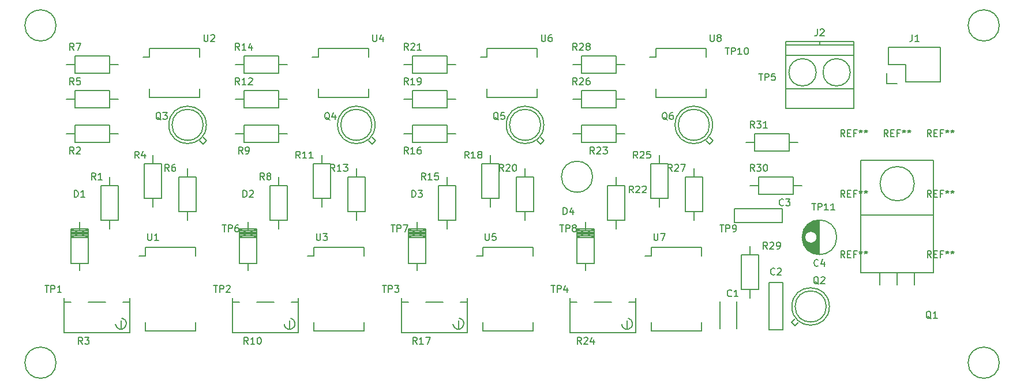
<source format=gbr>
G04 #@! TF.FileFunction,Legend,Top*
%FSLAX46Y46*%
G04 Gerber Fmt 4.6, Leading zero omitted, Abs format (unit mm)*
G04 Created by KiCad (PCBNEW 4.0.2+dfsg1-stable) date Sat 01 Jul 2017 06:48:44 PM EDT*
%MOMM*%
G01*
G04 APERTURE LIST*
%ADD10C,0.100000*%
%ADD11C,0.150000*%
G04 APERTURE END LIST*
D10*
D11*
X166985000Y-114820000D02*
X166985000Y-118820000D01*
X164485000Y-114820000D02*
X164485000Y-118820000D01*
X173720000Y-112030000D02*
X173720000Y-119030000D01*
X173720000Y-119030000D02*
X171720000Y-119030000D01*
X171720000Y-119030000D02*
X171720000Y-112030000D01*
X171720000Y-112030000D02*
X173720000Y-112030000D01*
X166640000Y-101235000D02*
X173640000Y-101235000D01*
X173640000Y-101235000D02*
X173640000Y-103235000D01*
X173640000Y-103235000D02*
X166640000Y-103235000D01*
X166640000Y-103235000D02*
X166640000Y-101235000D01*
X179015000Y-107909000D02*
X179015000Y-102911000D01*
X178875000Y-107901000D02*
X178875000Y-102919000D01*
X178735000Y-107885000D02*
X178735000Y-105505000D01*
X178735000Y-105315000D02*
X178735000Y-102935000D01*
X178595000Y-107861000D02*
X178595000Y-105900000D01*
X178595000Y-104920000D02*
X178595000Y-102959000D01*
X178455000Y-107828000D02*
X178455000Y-106067000D01*
X178455000Y-104753000D02*
X178455000Y-102992000D01*
X178315000Y-107787000D02*
X178315000Y-106174000D01*
X178315000Y-104646000D02*
X178315000Y-103033000D01*
X178175000Y-107737000D02*
X178175000Y-106245000D01*
X178175000Y-104575000D02*
X178175000Y-103083000D01*
X178035000Y-107676000D02*
X178035000Y-106289000D01*
X178035000Y-104531000D02*
X178035000Y-103144000D01*
X177895000Y-107606000D02*
X177895000Y-106308000D01*
X177895000Y-104512000D02*
X177895000Y-103214000D01*
X177755000Y-107524000D02*
X177755000Y-106306000D01*
X177755000Y-104514000D02*
X177755000Y-103296000D01*
X177615000Y-107429000D02*
X177615000Y-106281000D01*
X177615000Y-104539000D02*
X177615000Y-103391000D01*
X177475000Y-107318000D02*
X177475000Y-106233000D01*
X177475000Y-104587000D02*
X177475000Y-103502000D01*
X177335000Y-107190000D02*
X177335000Y-106155000D01*
X177335000Y-104665000D02*
X177335000Y-103630000D01*
X177195000Y-107041000D02*
X177195000Y-106038000D01*
X177195000Y-104782000D02*
X177195000Y-103779000D01*
X177055000Y-106862000D02*
X177055000Y-105850000D01*
X177055000Y-104970000D02*
X177055000Y-103958000D01*
X176915000Y-106643000D02*
X176915000Y-104177000D01*
X176775000Y-106354000D02*
X176775000Y-104466000D01*
X176635000Y-105882000D02*
X176635000Y-104938000D01*
X178740000Y-105410000D02*
G75*
G03X178740000Y-105410000I-900000J0D01*
G01*
X181627500Y-105410000D02*
G75*
G03X181627500Y-105410000I-2537500J0D01*
G01*
X70487540Y-109220000D02*
X70487540Y-110236000D01*
X70487540Y-104394000D02*
X70487540Y-103124000D01*
X71757540Y-104648000D02*
X69217540Y-104648000D01*
X71757540Y-104902000D02*
X69217540Y-104902000D01*
X71757540Y-105156000D02*
X69217540Y-105156000D01*
X71757540Y-104394000D02*
X69217540Y-104394000D01*
X71757540Y-105410000D02*
X69217540Y-104140000D01*
X71757540Y-104140000D02*
X69217540Y-105410000D01*
X71757540Y-105410000D02*
X69217540Y-105410000D01*
X71757540Y-104775000D02*
X69217540Y-104775000D01*
X69217540Y-104140000D02*
X71757540Y-104140000D01*
X71757540Y-104140000D02*
X71757540Y-109220000D01*
X71757540Y-109220000D02*
X69217540Y-109220000D01*
X69217540Y-109220000D02*
X69217540Y-104140000D01*
X95252540Y-109220000D02*
X95252540Y-110236000D01*
X95252540Y-104394000D02*
X95252540Y-103124000D01*
X96522540Y-104648000D02*
X93982540Y-104648000D01*
X96522540Y-104902000D02*
X93982540Y-104902000D01*
X96522540Y-105156000D02*
X93982540Y-105156000D01*
X96522540Y-104394000D02*
X93982540Y-104394000D01*
X96522540Y-105410000D02*
X93982540Y-104140000D01*
X96522540Y-104140000D02*
X93982540Y-105410000D01*
X96522540Y-105410000D02*
X93982540Y-105410000D01*
X96522540Y-104775000D02*
X93982540Y-104775000D01*
X93982540Y-104140000D02*
X96522540Y-104140000D01*
X96522540Y-104140000D02*
X96522540Y-109220000D01*
X96522540Y-109220000D02*
X93982540Y-109220000D01*
X93982540Y-109220000D02*
X93982540Y-104140000D01*
X120017540Y-109220000D02*
X120017540Y-110236000D01*
X120017540Y-104394000D02*
X120017540Y-103124000D01*
X121287540Y-104648000D02*
X118747540Y-104648000D01*
X121287540Y-104902000D02*
X118747540Y-104902000D01*
X121287540Y-105156000D02*
X118747540Y-105156000D01*
X121287540Y-104394000D02*
X118747540Y-104394000D01*
X121287540Y-105410000D02*
X118747540Y-104140000D01*
X121287540Y-104140000D02*
X118747540Y-105410000D01*
X121287540Y-105410000D02*
X118747540Y-105410000D01*
X121287540Y-104775000D02*
X118747540Y-104775000D01*
X118747540Y-104140000D02*
X121287540Y-104140000D01*
X121287540Y-104140000D02*
X121287540Y-109220000D01*
X121287540Y-109220000D02*
X118747540Y-109220000D01*
X118747540Y-109220000D02*
X118747540Y-104140000D01*
X144782540Y-109220000D02*
X144782540Y-110236000D01*
X144782540Y-104394000D02*
X144782540Y-103124000D01*
X146052540Y-104648000D02*
X143512540Y-104648000D01*
X146052540Y-104902000D02*
X143512540Y-104902000D01*
X146052540Y-105156000D02*
X143512540Y-105156000D01*
X146052540Y-104394000D02*
X143512540Y-104394000D01*
X146052540Y-105410000D02*
X143512540Y-104140000D01*
X146052540Y-104140000D02*
X143512540Y-105410000D01*
X146052540Y-105410000D02*
X143512540Y-105410000D01*
X146052540Y-104775000D02*
X143512540Y-104775000D01*
X143512540Y-104140000D02*
X146052540Y-104140000D01*
X146052540Y-104140000D02*
X146052540Y-109220000D01*
X146052540Y-109220000D02*
X143512540Y-109220000D01*
X143512540Y-109220000D02*
X143512540Y-104140000D01*
X191770000Y-82550000D02*
X196850000Y-82550000D01*
X188950000Y-82830000D02*
X188950000Y-81280000D01*
X189230000Y-80010000D02*
X191770000Y-80010000D01*
X191770000Y-80010000D02*
X191770000Y-82550000D01*
X196850000Y-82550000D02*
X196850000Y-77470000D01*
X196850000Y-77470000D02*
X191770000Y-77470000D01*
X188950000Y-82830000D02*
X190500000Y-82830000D01*
X189230000Y-77470000D02*
X189230000Y-80010000D01*
X191770000Y-77470000D02*
X189230000Y-77470000D01*
X179110000Y-77180000D02*
X179110000Y-76680000D01*
X178610000Y-81180000D02*
G75*
G03X178610000Y-81180000I-2000000J0D01*
G01*
X183610000Y-81180000D02*
G75*
G03X183610000Y-81180000I-2000000J0D01*
G01*
X184110000Y-78680000D02*
X174110000Y-78680000D01*
X184110000Y-83580000D02*
X174110000Y-83580000D01*
X184110000Y-77180000D02*
X174110000Y-77180000D01*
X184110000Y-76680000D02*
X174110000Y-76680000D01*
X174110000Y-76680000D02*
X174110000Y-86480000D01*
X174110000Y-86480000D02*
X184110000Y-86480000D01*
X184110000Y-86480000D02*
X184110000Y-76680000D01*
X175514000Y-118364000D02*
X176022000Y-117856000D01*
X175514000Y-117348000D02*
X175006000Y-117856000D01*
X175006000Y-117856000D02*
X175514000Y-118364000D01*
X180086000Y-115570000D02*
G75*
G03X180086000Y-115570000I-2286000J0D01*
G01*
X180550000Y-115570000D02*
G75*
G03X180550000Y-115570000I-2750000J0D01*
G01*
X89154000Y-91186000D02*
X88646000Y-90678000D01*
X88138000Y-91186000D02*
X88646000Y-91694000D01*
X88646000Y-91694000D02*
X89154000Y-91186000D01*
X88646000Y-88900000D02*
G75*
G03X88646000Y-88900000I-2286000J0D01*
G01*
X89110000Y-88900000D02*
G75*
G03X89110000Y-88900000I-2750000J0D01*
G01*
X113919000Y-91186000D02*
X113411000Y-90678000D01*
X112903000Y-91186000D02*
X113411000Y-91694000D01*
X113411000Y-91694000D02*
X113919000Y-91186000D01*
X113411000Y-88900000D02*
G75*
G03X113411000Y-88900000I-2286000J0D01*
G01*
X113875000Y-88900000D02*
G75*
G03X113875000Y-88900000I-2750000J0D01*
G01*
X138684000Y-91186000D02*
X138176000Y-90678000D01*
X137668000Y-91186000D02*
X138176000Y-91694000D01*
X138176000Y-91694000D02*
X138684000Y-91186000D01*
X138176000Y-88900000D02*
G75*
G03X138176000Y-88900000I-2286000J0D01*
G01*
X138640000Y-88900000D02*
G75*
G03X138640000Y-88900000I-2750000J0D01*
G01*
X163449000Y-91186000D02*
X162941000Y-90678000D01*
X162433000Y-91186000D02*
X162941000Y-91694000D01*
X162941000Y-91694000D02*
X163449000Y-91186000D01*
X162941000Y-88900000D02*
G75*
G03X162941000Y-88900000I-2286000J0D01*
G01*
X163405000Y-88900000D02*
G75*
G03X163405000Y-88900000I-2750000J0D01*
G01*
X76200000Y-97790000D02*
X76200000Y-102870000D01*
X76200000Y-102870000D02*
X73660000Y-102870000D01*
X73660000Y-102870000D02*
X73660000Y-97790000D01*
X73660000Y-97790000D02*
X76200000Y-97790000D01*
X74930000Y-97790000D02*
X74930000Y-96520000D01*
X74930000Y-102870000D02*
X74930000Y-104140000D01*
X76835000Y-114935000D02*
X77851000Y-114935000D01*
X71755000Y-114935000D02*
X74295000Y-114935000D01*
X68199000Y-114935000D02*
X69215000Y-114935000D01*
X76581000Y-118872000D02*
X76581000Y-117602000D01*
X75793600Y-118122700D02*
X75831700Y-118376700D01*
X75831700Y-118376700D02*
X76009500Y-118656100D01*
X76009500Y-118656100D02*
X76327000Y-118872000D01*
X76327000Y-118872000D02*
X76771500Y-118884700D01*
X76771500Y-118884700D02*
X77127100Y-118681500D01*
X77127100Y-118681500D02*
X77304900Y-118389400D01*
X77304900Y-118389400D02*
X77355700Y-118071900D01*
X77355700Y-118071900D02*
X77254100Y-117665500D01*
X77254100Y-117665500D02*
X76911200Y-117411500D01*
X76911200Y-117411500D02*
X76733400Y-117322600D01*
X77851000Y-118110000D02*
X77851000Y-119380000D01*
X77851000Y-119380000D02*
X68199000Y-119380000D01*
X68199000Y-119380000D02*
X68199000Y-114300000D01*
X77851000Y-114300000D02*
X77851000Y-116840000D01*
X77851000Y-116840000D02*
X77851000Y-118110000D01*
X82550000Y-94615000D02*
X82550000Y-99695000D01*
X82550000Y-99695000D02*
X80010000Y-99695000D01*
X80010000Y-99695000D02*
X80010000Y-94615000D01*
X80010000Y-94615000D02*
X82550000Y-94615000D01*
X81280000Y-94615000D02*
X81280000Y-93345000D01*
X81280000Y-99695000D02*
X81280000Y-100965000D01*
X69850000Y-83820000D02*
X74930000Y-83820000D01*
X74930000Y-83820000D02*
X74930000Y-86360000D01*
X74930000Y-86360000D02*
X69850000Y-86360000D01*
X69850000Y-86360000D02*
X69850000Y-83820000D01*
X69850000Y-85090000D02*
X68580000Y-85090000D01*
X74930000Y-85090000D02*
X76200000Y-85090000D01*
X87630000Y-96520000D02*
X87630000Y-101600000D01*
X87630000Y-101600000D02*
X85090000Y-101600000D01*
X85090000Y-101600000D02*
X85090000Y-96520000D01*
X85090000Y-96520000D02*
X87630000Y-96520000D01*
X86360000Y-96520000D02*
X86360000Y-95250000D01*
X86360000Y-101600000D02*
X86360000Y-102870000D01*
X69850000Y-78740000D02*
X74930000Y-78740000D01*
X74930000Y-78740000D02*
X74930000Y-81280000D01*
X74930000Y-81280000D02*
X69850000Y-81280000D01*
X69850000Y-81280000D02*
X69850000Y-78740000D01*
X69850000Y-80010000D02*
X68580000Y-80010000D01*
X74930000Y-80010000D02*
X76200000Y-80010000D01*
X100965000Y-97790000D02*
X100965000Y-102870000D01*
X100965000Y-102870000D02*
X98425000Y-102870000D01*
X98425000Y-102870000D02*
X98425000Y-97790000D01*
X98425000Y-97790000D02*
X100965000Y-97790000D01*
X99695000Y-97790000D02*
X99695000Y-96520000D01*
X99695000Y-102870000D02*
X99695000Y-104140000D01*
X101600000Y-114935000D02*
X102616000Y-114935000D01*
X96520000Y-114935000D02*
X99060000Y-114935000D01*
X92964000Y-114935000D02*
X93980000Y-114935000D01*
X101346000Y-118872000D02*
X101346000Y-117602000D01*
X100558600Y-118122700D02*
X100596700Y-118376700D01*
X100596700Y-118376700D02*
X100774500Y-118656100D01*
X100774500Y-118656100D02*
X101092000Y-118872000D01*
X101092000Y-118872000D02*
X101536500Y-118884700D01*
X101536500Y-118884700D02*
X101892100Y-118681500D01*
X101892100Y-118681500D02*
X102069900Y-118389400D01*
X102069900Y-118389400D02*
X102120700Y-118071900D01*
X102120700Y-118071900D02*
X102019100Y-117665500D01*
X102019100Y-117665500D02*
X101676200Y-117411500D01*
X101676200Y-117411500D02*
X101498400Y-117322600D01*
X102616000Y-118110000D02*
X102616000Y-119380000D01*
X102616000Y-119380000D02*
X92964000Y-119380000D01*
X92964000Y-119380000D02*
X92964000Y-114300000D01*
X102616000Y-114300000D02*
X102616000Y-116840000D01*
X102616000Y-116840000D02*
X102616000Y-118110000D01*
X107315000Y-94615000D02*
X107315000Y-99695000D01*
X107315000Y-99695000D02*
X104775000Y-99695000D01*
X104775000Y-99695000D02*
X104775000Y-94615000D01*
X104775000Y-94615000D02*
X107315000Y-94615000D01*
X106045000Y-94615000D02*
X106045000Y-93345000D01*
X106045000Y-99695000D02*
X106045000Y-100965000D01*
X94615000Y-83820000D02*
X99695000Y-83820000D01*
X99695000Y-83820000D02*
X99695000Y-86360000D01*
X99695000Y-86360000D02*
X94615000Y-86360000D01*
X94615000Y-86360000D02*
X94615000Y-83820000D01*
X94615000Y-85090000D02*
X93345000Y-85090000D01*
X99695000Y-85090000D02*
X100965000Y-85090000D01*
X112395000Y-96520000D02*
X112395000Y-101600000D01*
X112395000Y-101600000D02*
X109855000Y-101600000D01*
X109855000Y-101600000D02*
X109855000Y-96520000D01*
X109855000Y-96520000D02*
X112395000Y-96520000D01*
X111125000Y-96520000D02*
X111125000Y-95250000D01*
X111125000Y-101600000D02*
X111125000Y-102870000D01*
X94615000Y-78740000D02*
X99695000Y-78740000D01*
X99695000Y-78740000D02*
X99695000Y-81280000D01*
X99695000Y-81280000D02*
X94615000Y-81280000D01*
X94615000Y-81280000D02*
X94615000Y-78740000D01*
X94615000Y-80010000D02*
X93345000Y-80010000D01*
X99695000Y-80010000D02*
X100965000Y-80010000D01*
X125730000Y-97790000D02*
X125730000Y-102870000D01*
X125730000Y-102870000D02*
X123190000Y-102870000D01*
X123190000Y-102870000D02*
X123190000Y-97790000D01*
X123190000Y-97790000D02*
X125730000Y-97790000D01*
X124460000Y-97790000D02*
X124460000Y-96520000D01*
X124460000Y-102870000D02*
X124460000Y-104140000D01*
X126365000Y-114935000D02*
X127381000Y-114935000D01*
X121285000Y-114935000D02*
X123825000Y-114935000D01*
X117729000Y-114935000D02*
X118745000Y-114935000D01*
X126111000Y-118872000D02*
X126111000Y-117602000D01*
X125323600Y-118122700D02*
X125361700Y-118376700D01*
X125361700Y-118376700D02*
X125539500Y-118656100D01*
X125539500Y-118656100D02*
X125857000Y-118872000D01*
X125857000Y-118872000D02*
X126301500Y-118884700D01*
X126301500Y-118884700D02*
X126657100Y-118681500D01*
X126657100Y-118681500D02*
X126834900Y-118389400D01*
X126834900Y-118389400D02*
X126885700Y-118071900D01*
X126885700Y-118071900D02*
X126784100Y-117665500D01*
X126784100Y-117665500D02*
X126441200Y-117411500D01*
X126441200Y-117411500D02*
X126263400Y-117322600D01*
X127381000Y-118110000D02*
X127381000Y-119380000D01*
X127381000Y-119380000D02*
X117729000Y-119380000D01*
X117729000Y-119380000D02*
X117729000Y-114300000D01*
X127381000Y-114300000D02*
X127381000Y-116840000D01*
X127381000Y-116840000D02*
X127381000Y-118110000D01*
X132080000Y-94615000D02*
X132080000Y-99695000D01*
X132080000Y-99695000D02*
X129540000Y-99695000D01*
X129540000Y-99695000D02*
X129540000Y-94615000D01*
X129540000Y-94615000D02*
X132080000Y-94615000D01*
X130810000Y-94615000D02*
X130810000Y-93345000D01*
X130810000Y-99695000D02*
X130810000Y-100965000D01*
X119380000Y-83820000D02*
X124460000Y-83820000D01*
X124460000Y-83820000D02*
X124460000Y-86360000D01*
X124460000Y-86360000D02*
X119380000Y-86360000D01*
X119380000Y-86360000D02*
X119380000Y-83820000D01*
X119380000Y-85090000D02*
X118110000Y-85090000D01*
X124460000Y-85090000D02*
X125730000Y-85090000D01*
X137160000Y-96520000D02*
X137160000Y-101600000D01*
X137160000Y-101600000D02*
X134620000Y-101600000D01*
X134620000Y-101600000D02*
X134620000Y-96520000D01*
X134620000Y-96520000D02*
X137160000Y-96520000D01*
X135890000Y-96520000D02*
X135890000Y-95250000D01*
X135890000Y-101600000D02*
X135890000Y-102870000D01*
X119380000Y-78740000D02*
X124460000Y-78740000D01*
X124460000Y-78740000D02*
X124460000Y-81280000D01*
X124460000Y-81280000D02*
X119380000Y-81280000D01*
X119380000Y-81280000D02*
X119380000Y-78740000D01*
X119380000Y-80010000D02*
X118110000Y-80010000D01*
X124460000Y-80010000D02*
X125730000Y-80010000D01*
X150495000Y-97790000D02*
X150495000Y-102870000D01*
X150495000Y-102870000D02*
X147955000Y-102870000D01*
X147955000Y-102870000D02*
X147955000Y-97790000D01*
X147955000Y-97790000D02*
X150495000Y-97790000D01*
X149225000Y-97790000D02*
X149225000Y-96520000D01*
X149225000Y-102870000D02*
X149225000Y-104140000D01*
X151130000Y-114935000D02*
X152146000Y-114935000D01*
X146050000Y-114935000D02*
X148590000Y-114935000D01*
X142494000Y-114935000D02*
X143510000Y-114935000D01*
X150876000Y-118872000D02*
X150876000Y-117602000D01*
X150088600Y-118122700D02*
X150126700Y-118376700D01*
X150126700Y-118376700D02*
X150304500Y-118656100D01*
X150304500Y-118656100D02*
X150622000Y-118872000D01*
X150622000Y-118872000D02*
X151066500Y-118884700D01*
X151066500Y-118884700D02*
X151422100Y-118681500D01*
X151422100Y-118681500D02*
X151599900Y-118389400D01*
X151599900Y-118389400D02*
X151650700Y-118071900D01*
X151650700Y-118071900D02*
X151549100Y-117665500D01*
X151549100Y-117665500D02*
X151206200Y-117411500D01*
X151206200Y-117411500D02*
X151028400Y-117322600D01*
X152146000Y-118110000D02*
X152146000Y-119380000D01*
X152146000Y-119380000D02*
X142494000Y-119380000D01*
X142494000Y-119380000D02*
X142494000Y-114300000D01*
X152146000Y-114300000D02*
X152146000Y-116840000D01*
X152146000Y-116840000D02*
X152146000Y-118110000D01*
X156845000Y-94615000D02*
X156845000Y-99695000D01*
X156845000Y-99695000D02*
X154305000Y-99695000D01*
X154305000Y-99695000D02*
X154305000Y-94615000D01*
X154305000Y-94615000D02*
X156845000Y-94615000D01*
X155575000Y-94615000D02*
X155575000Y-93345000D01*
X155575000Y-99695000D02*
X155575000Y-100965000D01*
X144145000Y-83820000D02*
X149225000Y-83820000D01*
X149225000Y-83820000D02*
X149225000Y-86360000D01*
X149225000Y-86360000D02*
X144145000Y-86360000D01*
X144145000Y-86360000D02*
X144145000Y-83820000D01*
X144145000Y-85090000D02*
X142875000Y-85090000D01*
X149225000Y-85090000D02*
X150495000Y-85090000D01*
X161925000Y-96520000D02*
X161925000Y-101600000D01*
X161925000Y-101600000D02*
X159385000Y-101600000D01*
X159385000Y-101600000D02*
X159385000Y-96520000D01*
X159385000Y-96520000D02*
X161925000Y-96520000D01*
X160655000Y-96520000D02*
X160655000Y-95250000D01*
X160655000Y-101600000D02*
X160655000Y-102870000D01*
X144145000Y-78740000D02*
X149225000Y-78740000D01*
X149225000Y-78740000D02*
X149225000Y-81280000D01*
X149225000Y-81280000D02*
X144145000Y-81280000D01*
X144145000Y-81280000D02*
X144145000Y-78740000D01*
X144145000Y-80010000D02*
X142875000Y-80010000D01*
X149225000Y-80010000D02*
X150495000Y-80010000D01*
X167640000Y-113030000D02*
X167640000Y-107950000D01*
X167640000Y-107950000D02*
X170180000Y-107950000D01*
X170180000Y-107950000D02*
X170180000Y-113030000D01*
X170180000Y-113030000D02*
X167640000Y-113030000D01*
X168910000Y-113030000D02*
X168910000Y-114300000D01*
X168910000Y-107950000D02*
X168910000Y-106680000D01*
X175260000Y-99060000D02*
X170180000Y-99060000D01*
X170180000Y-99060000D02*
X170180000Y-96520000D01*
X170180000Y-96520000D02*
X175260000Y-96520000D01*
X175260000Y-96520000D02*
X175260000Y-99060000D01*
X175260000Y-97790000D02*
X176530000Y-97790000D01*
X170180000Y-97790000D02*
X168910000Y-97790000D01*
X174625000Y-92710000D02*
X169545000Y-92710000D01*
X169545000Y-92710000D02*
X169545000Y-90170000D01*
X169545000Y-90170000D02*
X174625000Y-90170000D01*
X174625000Y-90170000D02*
X174625000Y-92710000D01*
X174625000Y-91440000D02*
X175895000Y-91440000D01*
X169545000Y-91440000D02*
X168275000Y-91440000D01*
X80145000Y-106925000D02*
X80145000Y-108195000D01*
X87495000Y-106925000D02*
X87495000Y-108195000D01*
X87495000Y-119135000D02*
X87495000Y-117865000D01*
X80145000Y-119135000D02*
X80145000Y-117865000D01*
X80145000Y-106925000D02*
X87495000Y-106925000D01*
X80145000Y-119135000D02*
X87495000Y-119135000D01*
X80145000Y-108195000D02*
X79210000Y-108195000D01*
X80780000Y-77715000D02*
X80780000Y-78985000D01*
X88130000Y-77715000D02*
X88130000Y-78985000D01*
X88130000Y-84845000D02*
X88130000Y-83575000D01*
X80780000Y-84845000D02*
X80780000Y-83575000D01*
X80780000Y-77715000D02*
X88130000Y-77715000D01*
X80780000Y-84845000D02*
X88130000Y-84845000D01*
X80780000Y-78985000D02*
X79845000Y-78985000D01*
X104910000Y-106925000D02*
X104910000Y-108195000D01*
X112260000Y-106925000D02*
X112260000Y-108195000D01*
X112260000Y-119135000D02*
X112260000Y-117865000D01*
X104910000Y-119135000D02*
X104910000Y-117865000D01*
X104910000Y-106925000D02*
X112260000Y-106925000D01*
X104910000Y-119135000D02*
X112260000Y-119135000D01*
X104910000Y-108195000D02*
X103975000Y-108195000D01*
X105545000Y-77715000D02*
X105545000Y-78985000D01*
X112895000Y-77715000D02*
X112895000Y-78985000D01*
X112895000Y-84845000D02*
X112895000Y-83575000D01*
X105545000Y-84845000D02*
X105545000Y-83575000D01*
X105545000Y-77715000D02*
X112895000Y-77715000D01*
X105545000Y-84845000D02*
X112895000Y-84845000D01*
X105545000Y-78985000D02*
X104610000Y-78985000D01*
X129675000Y-106925000D02*
X129675000Y-108195000D01*
X137025000Y-106925000D02*
X137025000Y-108195000D01*
X137025000Y-119135000D02*
X137025000Y-117865000D01*
X129675000Y-119135000D02*
X129675000Y-117865000D01*
X129675000Y-106925000D02*
X137025000Y-106925000D01*
X129675000Y-119135000D02*
X137025000Y-119135000D01*
X129675000Y-108195000D02*
X128740000Y-108195000D01*
X130310000Y-77715000D02*
X130310000Y-78985000D01*
X137660000Y-77715000D02*
X137660000Y-78985000D01*
X137660000Y-84845000D02*
X137660000Y-83575000D01*
X130310000Y-84845000D02*
X130310000Y-83575000D01*
X130310000Y-77715000D02*
X137660000Y-77715000D01*
X130310000Y-84845000D02*
X137660000Y-84845000D01*
X130310000Y-78985000D02*
X129375000Y-78985000D01*
X154440000Y-106925000D02*
X154440000Y-108195000D01*
X161790000Y-106925000D02*
X161790000Y-108195000D01*
X161790000Y-119135000D02*
X161790000Y-117865000D01*
X154440000Y-119135000D02*
X154440000Y-117865000D01*
X154440000Y-106925000D02*
X161790000Y-106925000D01*
X154440000Y-119135000D02*
X161790000Y-119135000D01*
X154440000Y-108195000D02*
X153505000Y-108195000D01*
X155075000Y-77715000D02*
X155075000Y-78985000D01*
X162425000Y-77715000D02*
X162425000Y-78985000D01*
X162425000Y-84845000D02*
X162425000Y-83575000D01*
X155075000Y-84845000D02*
X155075000Y-83575000D01*
X155075000Y-77715000D02*
X162425000Y-77715000D01*
X155075000Y-84845000D02*
X162425000Y-84845000D01*
X155075000Y-78985000D02*
X154140000Y-78985000D01*
X193014472Y-97536000D02*
G75*
G03X193014472Y-97536000I-2514472J0D01*
G01*
X187960000Y-110617000D02*
X187960000Y-112395000D01*
X190500000Y-110617000D02*
X190500000Y-112395000D01*
X193040000Y-110617000D02*
X193040000Y-112395000D01*
X195834000Y-102108000D02*
X195834000Y-94107000D01*
X195834000Y-94107000D02*
X185166000Y-94107000D01*
X185166000Y-94107000D02*
X185166000Y-102108000D01*
X195834000Y-110617000D02*
X195834000Y-102108000D01*
X195834000Y-102108000D02*
X185166000Y-102108000D01*
X185166000Y-102108000D02*
X185166000Y-110617000D01*
X190500000Y-110617000D02*
X185166000Y-110617000D01*
X190500000Y-110617000D02*
X195834000Y-110617000D01*
X69850000Y-88900000D02*
X74930000Y-88900000D01*
X74930000Y-88900000D02*
X74930000Y-91440000D01*
X74930000Y-91440000D02*
X69850000Y-91440000D01*
X69850000Y-91440000D02*
X69850000Y-88900000D01*
X69850000Y-90170000D02*
X68580000Y-90170000D01*
X74930000Y-90170000D02*
X76200000Y-90170000D01*
X94615000Y-88900000D02*
X99695000Y-88900000D01*
X99695000Y-88900000D02*
X99695000Y-91440000D01*
X99695000Y-91440000D02*
X94615000Y-91440000D01*
X94615000Y-91440000D02*
X94615000Y-88900000D01*
X94615000Y-90170000D02*
X93345000Y-90170000D01*
X99695000Y-90170000D02*
X100965000Y-90170000D01*
X119380000Y-88900000D02*
X124460000Y-88900000D01*
X124460000Y-88900000D02*
X124460000Y-91440000D01*
X124460000Y-91440000D02*
X119380000Y-91440000D01*
X119380000Y-91440000D02*
X119380000Y-88900000D01*
X119380000Y-90170000D02*
X118110000Y-90170000D01*
X124460000Y-90170000D02*
X125730000Y-90170000D01*
X144145000Y-88900000D02*
X149225000Y-88900000D01*
X149225000Y-88900000D02*
X149225000Y-91440000D01*
X149225000Y-91440000D02*
X144145000Y-91440000D01*
X144145000Y-91440000D02*
X144145000Y-88900000D01*
X144145000Y-90170000D02*
X142875000Y-90170000D01*
X149225000Y-90170000D02*
X150495000Y-90170000D01*
X67056000Y-74295000D02*
G75*
G03X67056000Y-74295000I-2286000J0D01*
G01*
X67056000Y-123825000D02*
G75*
G03X67056000Y-123825000I-2286000J0D01*
G01*
X205486000Y-74295000D02*
G75*
G03X205486000Y-74295000I-2286000J0D01*
G01*
X205486000Y-123825000D02*
G75*
G03X205486000Y-123825000I-2286000J0D01*
G01*
X145796000Y-96520000D02*
G75*
G03X145796000Y-96520000I-2286000J0D01*
G01*
X166203334Y-114022143D02*
X166155715Y-114069762D01*
X166012858Y-114117381D01*
X165917620Y-114117381D01*
X165774762Y-114069762D01*
X165679524Y-113974524D01*
X165631905Y-113879286D01*
X165584286Y-113688810D01*
X165584286Y-113545952D01*
X165631905Y-113355476D01*
X165679524Y-113260238D01*
X165774762Y-113165000D01*
X165917620Y-113117381D01*
X166012858Y-113117381D01*
X166155715Y-113165000D01*
X166203334Y-113212619D01*
X167155715Y-114117381D02*
X166584286Y-114117381D01*
X166870000Y-114117381D02*
X166870000Y-113117381D01*
X166774762Y-113260238D01*
X166679524Y-113355476D01*
X166584286Y-113403095D01*
X172553334Y-110847143D02*
X172505715Y-110894762D01*
X172362858Y-110942381D01*
X172267620Y-110942381D01*
X172124762Y-110894762D01*
X172029524Y-110799524D01*
X171981905Y-110704286D01*
X171934286Y-110513810D01*
X171934286Y-110370952D01*
X171981905Y-110180476D01*
X172029524Y-110085238D01*
X172124762Y-109990000D01*
X172267620Y-109942381D01*
X172362858Y-109942381D01*
X172505715Y-109990000D01*
X172553334Y-110037619D01*
X172934286Y-110037619D02*
X172981905Y-109990000D01*
X173077143Y-109942381D01*
X173315239Y-109942381D01*
X173410477Y-109990000D01*
X173458096Y-110037619D01*
X173505715Y-110132857D01*
X173505715Y-110228095D01*
X173458096Y-110370952D01*
X172886667Y-110942381D01*
X173505715Y-110942381D01*
X173823334Y-100687143D02*
X173775715Y-100734762D01*
X173632858Y-100782381D01*
X173537620Y-100782381D01*
X173394762Y-100734762D01*
X173299524Y-100639524D01*
X173251905Y-100544286D01*
X173204286Y-100353810D01*
X173204286Y-100210952D01*
X173251905Y-100020476D01*
X173299524Y-99925238D01*
X173394762Y-99830000D01*
X173537620Y-99782381D01*
X173632858Y-99782381D01*
X173775715Y-99830000D01*
X173823334Y-99877619D01*
X174156667Y-99782381D02*
X174775715Y-99782381D01*
X174442381Y-100163333D01*
X174585239Y-100163333D01*
X174680477Y-100210952D01*
X174728096Y-100258571D01*
X174775715Y-100353810D01*
X174775715Y-100591905D01*
X174728096Y-100687143D01*
X174680477Y-100734762D01*
X174585239Y-100782381D01*
X174299524Y-100782381D01*
X174204286Y-100734762D01*
X174156667Y-100687143D01*
X178923334Y-109567143D02*
X178875715Y-109614762D01*
X178732858Y-109662381D01*
X178637620Y-109662381D01*
X178494762Y-109614762D01*
X178399524Y-109519524D01*
X178351905Y-109424286D01*
X178304286Y-109233810D01*
X178304286Y-109090952D01*
X178351905Y-108900476D01*
X178399524Y-108805238D01*
X178494762Y-108710000D01*
X178637620Y-108662381D01*
X178732858Y-108662381D01*
X178875715Y-108710000D01*
X178923334Y-108757619D01*
X179780477Y-108995714D02*
X179780477Y-109662381D01*
X179542381Y-108614762D02*
X179304286Y-109329048D01*
X179923334Y-109329048D01*
X69746905Y-99512381D02*
X69746905Y-98512381D01*
X69985000Y-98512381D01*
X70127858Y-98560000D01*
X70223096Y-98655238D01*
X70270715Y-98750476D01*
X70318334Y-98940952D01*
X70318334Y-99083810D01*
X70270715Y-99274286D01*
X70223096Y-99369524D01*
X70127858Y-99464762D01*
X69985000Y-99512381D01*
X69746905Y-99512381D01*
X71270715Y-99512381D02*
X70699286Y-99512381D01*
X70985000Y-99512381D02*
X70985000Y-98512381D01*
X70889762Y-98655238D01*
X70794524Y-98750476D01*
X70699286Y-98798095D01*
X94511905Y-99512381D02*
X94511905Y-98512381D01*
X94750000Y-98512381D01*
X94892858Y-98560000D01*
X94988096Y-98655238D01*
X95035715Y-98750476D01*
X95083334Y-98940952D01*
X95083334Y-99083810D01*
X95035715Y-99274286D01*
X94988096Y-99369524D01*
X94892858Y-99464762D01*
X94750000Y-99512381D01*
X94511905Y-99512381D01*
X95464286Y-98607619D02*
X95511905Y-98560000D01*
X95607143Y-98512381D01*
X95845239Y-98512381D01*
X95940477Y-98560000D01*
X95988096Y-98607619D01*
X96035715Y-98702857D01*
X96035715Y-98798095D01*
X95988096Y-98940952D01*
X95416667Y-99512381D01*
X96035715Y-99512381D01*
X119276905Y-99512381D02*
X119276905Y-98512381D01*
X119515000Y-98512381D01*
X119657858Y-98560000D01*
X119753096Y-98655238D01*
X119800715Y-98750476D01*
X119848334Y-98940952D01*
X119848334Y-99083810D01*
X119800715Y-99274286D01*
X119753096Y-99369524D01*
X119657858Y-99464762D01*
X119515000Y-99512381D01*
X119276905Y-99512381D01*
X120181667Y-98512381D02*
X120800715Y-98512381D01*
X120467381Y-98893333D01*
X120610239Y-98893333D01*
X120705477Y-98940952D01*
X120753096Y-98988571D01*
X120800715Y-99083810D01*
X120800715Y-99321905D01*
X120753096Y-99417143D01*
X120705477Y-99464762D01*
X120610239Y-99512381D01*
X120324524Y-99512381D01*
X120229286Y-99464762D01*
X120181667Y-99417143D01*
X141501905Y-102052381D02*
X141501905Y-101052381D01*
X141740000Y-101052381D01*
X141882858Y-101100000D01*
X141978096Y-101195238D01*
X142025715Y-101290476D01*
X142073334Y-101480952D01*
X142073334Y-101623810D01*
X142025715Y-101814286D01*
X141978096Y-101909524D01*
X141882858Y-102004762D01*
X141740000Y-102052381D01*
X141501905Y-102052381D01*
X142930477Y-101385714D02*
X142930477Y-102052381D01*
X142692381Y-101004762D02*
X142454286Y-101719048D01*
X143073334Y-101719048D01*
X192706667Y-75652381D02*
X192706667Y-76366667D01*
X192659047Y-76509524D01*
X192563809Y-76604762D01*
X192420952Y-76652381D01*
X192325714Y-76652381D01*
X193706667Y-76652381D02*
X193135238Y-76652381D01*
X193420952Y-76652381D02*
X193420952Y-75652381D01*
X193325714Y-75795238D01*
X193230476Y-75890476D01*
X193135238Y-75938095D01*
X178776667Y-74832381D02*
X178776667Y-75546667D01*
X178729047Y-75689524D01*
X178633809Y-75784762D01*
X178490952Y-75832381D01*
X178395714Y-75832381D01*
X179205238Y-74927619D02*
X179252857Y-74880000D01*
X179348095Y-74832381D01*
X179586191Y-74832381D01*
X179681429Y-74880000D01*
X179729048Y-74927619D01*
X179776667Y-75022857D01*
X179776667Y-75118095D01*
X179729048Y-75260952D01*
X179157619Y-75832381D01*
X179776667Y-75832381D01*
X178974762Y-112307619D02*
X178879524Y-112260000D01*
X178784286Y-112164762D01*
X178641429Y-112021905D01*
X178546190Y-111974286D01*
X178450952Y-111974286D01*
X178498571Y-112212381D02*
X178403333Y-112164762D01*
X178308095Y-112069524D01*
X178260476Y-111879048D01*
X178260476Y-111545714D01*
X178308095Y-111355238D01*
X178403333Y-111260000D01*
X178498571Y-111212381D01*
X178689048Y-111212381D01*
X178784286Y-111260000D01*
X178879524Y-111355238D01*
X178927143Y-111545714D01*
X178927143Y-111879048D01*
X178879524Y-112069524D01*
X178784286Y-112164762D01*
X178689048Y-112212381D01*
X178498571Y-112212381D01*
X179308095Y-111307619D02*
X179355714Y-111260000D01*
X179450952Y-111212381D01*
X179689048Y-111212381D01*
X179784286Y-111260000D01*
X179831905Y-111307619D01*
X179879524Y-111402857D01*
X179879524Y-111498095D01*
X179831905Y-111640952D01*
X179260476Y-112212381D01*
X179879524Y-112212381D01*
X82454762Y-88177619D02*
X82359524Y-88130000D01*
X82264286Y-88034762D01*
X82121429Y-87891905D01*
X82026190Y-87844286D01*
X81930952Y-87844286D01*
X81978571Y-88082381D02*
X81883333Y-88034762D01*
X81788095Y-87939524D01*
X81740476Y-87749048D01*
X81740476Y-87415714D01*
X81788095Y-87225238D01*
X81883333Y-87130000D01*
X81978571Y-87082381D01*
X82169048Y-87082381D01*
X82264286Y-87130000D01*
X82359524Y-87225238D01*
X82407143Y-87415714D01*
X82407143Y-87749048D01*
X82359524Y-87939524D01*
X82264286Y-88034762D01*
X82169048Y-88082381D01*
X81978571Y-88082381D01*
X82740476Y-87082381D02*
X83359524Y-87082381D01*
X83026190Y-87463333D01*
X83169048Y-87463333D01*
X83264286Y-87510952D01*
X83311905Y-87558571D01*
X83359524Y-87653810D01*
X83359524Y-87891905D01*
X83311905Y-87987143D01*
X83264286Y-88034762D01*
X83169048Y-88082381D01*
X82883333Y-88082381D01*
X82788095Y-88034762D01*
X82740476Y-87987143D01*
X107219762Y-88177619D02*
X107124524Y-88130000D01*
X107029286Y-88034762D01*
X106886429Y-87891905D01*
X106791190Y-87844286D01*
X106695952Y-87844286D01*
X106743571Y-88082381D02*
X106648333Y-88034762D01*
X106553095Y-87939524D01*
X106505476Y-87749048D01*
X106505476Y-87415714D01*
X106553095Y-87225238D01*
X106648333Y-87130000D01*
X106743571Y-87082381D01*
X106934048Y-87082381D01*
X107029286Y-87130000D01*
X107124524Y-87225238D01*
X107172143Y-87415714D01*
X107172143Y-87749048D01*
X107124524Y-87939524D01*
X107029286Y-88034762D01*
X106934048Y-88082381D01*
X106743571Y-88082381D01*
X108029286Y-87415714D02*
X108029286Y-88082381D01*
X107791190Y-87034762D02*
X107553095Y-87749048D01*
X108172143Y-87749048D01*
X131984762Y-88177619D02*
X131889524Y-88130000D01*
X131794286Y-88034762D01*
X131651429Y-87891905D01*
X131556190Y-87844286D01*
X131460952Y-87844286D01*
X131508571Y-88082381D02*
X131413333Y-88034762D01*
X131318095Y-87939524D01*
X131270476Y-87749048D01*
X131270476Y-87415714D01*
X131318095Y-87225238D01*
X131413333Y-87130000D01*
X131508571Y-87082381D01*
X131699048Y-87082381D01*
X131794286Y-87130000D01*
X131889524Y-87225238D01*
X131937143Y-87415714D01*
X131937143Y-87749048D01*
X131889524Y-87939524D01*
X131794286Y-88034762D01*
X131699048Y-88082381D01*
X131508571Y-88082381D01*
X132841905Y-87082381D02*
X132365714Y-87082381D01*
X132318095Y-87558571D01*
X132365714Y-87510952D01*
X132460952Y-87463333D01*
X132699048Y-87463333D01*
X132794286Y-87510952D01*
X132841905Y-87558571D01*
X132889524Y-87653810D01*
X132889524Y-87891905D01*
X132841905Y-87987143D01*
X132794286Y-88034762D01*
X132699048Y-88082381D01*
X132460952Y-88082381D01*
X132365714Y-88034762D01*
X132318095Y-87987143D01*
X156749762Y-88177619D02*
X156654524Y-88130000D01*
X156559286Y-88034762D01*
X156416429Y-87891905D01*
X156321190Y-87844286D01*
X156225952Y-87844286D01*
X156273571Y-88082381D02*
X156178333Y-88034762D01*
X156083095Y-87939524D01*
X156035476Y-87749048D01*
X156035476Y-87415714D01*
X156083095Y-87225238D01*
X156178333Y-87130000D01*
X156273571Y-87082381D01*
X156464048Y-87082381D01*
X156559286Y-87130000D01*
X156654524Y-87225238D01*
X156702143Y-87415714D01*
X156702143Y-87749048D01*
X156654524Y-87939524D01*
X156559286Y-88034762D01*
X156464048Y-88082381D01*
X156273571Y-88082381D01*
X157559286Y-87082381D02*
X157368809Y-87082381D01*
X157273571Y-87130000D01*
X157225952Y-87177619D01*
X157130714Y-87320476D01*
X157083095Y-87510952D01*
X157083095Y-87891905D01*
X157130714Y-87987143D01*
X157178333Y-88034762D01*
X157273571Y-88082381D01*
X157464048Y-88082381D01*
X157559286Y-88034762D01*
X157606905Y-87987143D01*
X157654524Y-87891905D01*
X157654524Y-87653810D01*
X157606905Y-87558571D01*
X157559286Y-87510952D01*
X157464048Y-87463333D01*
X157273571Y-87463333D01*
X157178333Y-87510952D01*
X157130714Y-87558571D01*
X157083095Y-87653810D01*
X72858334Y-96972381D02*
X72525000Y-96496190D01*
X72286905Y-96972381D02*
X72286905Y-95972381D01*
X72667858Y-95972381D01*
X72763096Y-96020000D01*
X72810715Y-96067619D01*
X72858334Y-96162857D01*
X72858334Y-96305714D01*
X72810715Y-96400952D01*
X72763096Y-96448571D01*
X72667858Y-96496190D01*
X72286905Y-96496190D01*
X73810715Y-96972381D02*
X73239286Y-96972381D01*
X73525000Y-96972381D02*
X73525000Y-95972381D01*
X73429762Y-96115238D01*
X73334524Y-96210476D01*
X73239286Y-96258095D01*
X70953334Y-121102381D02*
X70620000Y-120626190D01*
X70381905Y-121102381D02*
X70381905Y-120102381D01*
X70762858Y-120102381D01*
X70858096Y-120150000D01*
X70905715Y-120197619D01*
X70953334Y-120292857D01*
X70953334Y-120435714D01*
X70905715Y-120530952D01*
X70858096Y-120578571D01*
X70762858Y-120626190D01*
X70381905Y-120626190D01*
X71286667Y-120102381D02*
X71905715Y-120102381D01*
X71572381Y-120483333D01*
X71715239Y-120483333D01*
X71810477Y-120530952D01*
X71858096Y-120578571D01*
X71905715Y-120673810D01*
X71905715Y-120911905D01*
X71858096Y-121007143D01*
X71810477Y-121054762D01*
X71715239Y-121102381D01*
X71429524Y-121102381D01*
X71334286Y-121054762D01*
X71286667Y-121007143D01*
X79208334Y-93797381D02*
X78875000Y-93321190D01*
X78636905Y-93797381D02*
X78636905Y-92797381D01*
X79017858Y-92797381D01*
X79113096Y-92845000D01*
X79160715Y-92892619D01*
X79208334Y-92987857D01*
X79208334Y-93130714D01*
X79160715Y-93225952D01*
X79113096Y-93273571D01*
X79017858Y-93321190D01*
X78636905Y-93321190D01*
X80065477Y-93130714D02*
X80065477Y-93797381D01*
X79827381Y-92749762D02*
X79589286Y-93464048D01*
X80208334Y-93464048D01*
X69683334Y-83002381D02*
X69350000Y-82526190D01*
X69111905Y-83002381D02*
X69111905Y-82002381D01*
X69492858Y-82002381D01*
X69588096Y-82050000D01*
X69635715Y-82097619D01*
X69683334Y-82192857D01*
X69683334Y-82335714D01*
X69635715Y-82430952D01*
X69588096Y-82478571D01*
X69492858Y-82526190D01*
X69111905Y-82526190D01*
X70588096Y-82002381D02*
X70111905Y-82002381D01*
X70064286Y-82478571D01*
X70111905Y-82430952D01*
X70207143Y-82383333D01*
X70445239Y-82383333D01*
X70540477Y-82430952D01*
X70588096Y-82478571D01*
X70635715Y-82573810D01*
X70635715Y-82811905D01*
X70588096Y-82907143D01*
X70540477Y-82954762D01*
X70445239Y-83002381D01*
X70207143Y-83002381D01*
X70111905Y-82954762D01*
X70064286Y-82907143D01*
X83653334Y-95702381D02*
X83320000Y-95226190D01*
X83081905Y-95702381D02*
X83081905Y-94702381D01*
X83462858Y-94702381D01*
X83558096Y-94750000D01*
X83605715Y-94797619D01*
X83653334Y-94892857D01*
X83653334Y-95035714D01*
X83605715Y-95130952D01*
X83558096Y-95178571D01*
X83462858Y-95226190D01*
X83081905Y-95226190D01*
X84510477Y-94702381D02*
X84320000Y-94702381D01*
X84224762Y-94750000D01*
X84177143Y-94797619D01*
X84081905Y-94940476D01*
X84034286Y-95130952D01*
X84034286Y-95511905D01*
X84081905Y-95607143D01*
X84129524Y-95654762D01*
X84224762Y-95702381D01*
X84415239Y-95702381D01*
X84510477Y-95654762D01*
X84558096Y-95607143D01*
X84605715Y-95511905D01*
X84605715Y-95273810D01*
X84558096Y-95178571D01*
X84510477Y-95130952D01*
X84415239Y-95083333D01*
X84224762Y-95083333D01*
X84129524Y-95130952D01*
X84081905Y-95178571D01*
X84034286Y-95273810D01*
X69683334Y-77922381D02*
X69350000Y-77446190D01*
X69111905Y-77922381D02*
X69111905Y-76922381D01*
X69492858Y-76922381D01*
X69588096Y-76970000D01*
X69635715Y-77017619D01*
X69683334Y-77112857D01*
X69683334Y-77255714D01*
X69635715Y-77350952D01*
X69588096Y-77398571D01*
X69492858Y-77446190D01*
X69111905Y-77446190D01*
X70016667Y-76922381D02*
X70683334Y-76922381D01*
X70254762Y-77922381D01*
X97623334Y-96972381D02*
X97290000Y-96496190D01*
X97051905Y-96972381D02*
X97051905Y-95972381D01*
X97432858Y-95972381D01*
X97528096Y-96020000D01*
X97575715Y-96067619D01*
X97623334Y-96162857D01*
X97623334Y-96305714D01*
X97575715Y-96400952D01*
X97528096Y-96448571D01*
X97432858Y-96496190D01*
X97051905Y-96496190D01*
X98194762Y-96400952D02*
X98099524Y-96353333D01*
X98051905Y-96305714D01*
X98004286Y-96210476D01*
X98004286Y-96162857D01*
X98051905Y-96067619D01*
X98099524Y-96020000D01*
X98194762Y-95972381D01*
X98385239Y-95972381D01*
X98480477Y-96020000D01*
X98528096Y-96067619D01*
X98575715Y-96162857D01*
X98575715Y-96210476D01*
X98528096Y-96305714D01*
X98480477Y-96353333D01*
X98385239Y-96400952D01*
X98194762Y-96400952D01*
X98099524Y-96448571D01*
X98051905Y-96496190D01*
X98004286Y-96591429D01*
X98004286Y-96781905D01*
X98051905Y-96877143D01*
X98099524Y-96924762D01*
X98194762Y-96972381D01*
X98385239Y-96972381D01*
X98480477Y-96924762D01*
X98528096Y-96877143D01*
X98575715Y-96781905D01*
X98575715Y-96591429D01*
X98528096Y-96496190D01*
X98480477Y-96448571D01*
X98385239Y-96400952D01*
X95242143Y-121102381D02*
X94908809Y-120626190D01*
X94670714Y-121102381D02*
X94670714Y-120102381D01*
X95051667Y-120102381D01*
X95146905Y-120150000D01*
X95194524Y-120197619D01*
X95242143Y-120292857D01*
X95242143Y-120435714D01*
X95194524Y-120530952D01*
X95146905Y-120578571D01*
X95051667Y-120626190D01*
X94670714Y-120626190D01*
X96194524Y-121102381D02*
X95623095Y-121102381D01*
X95908809Y-121102381D02*
X95908809Y-120102381D01*
X95813571Y-120245238D01*
X95718333Y-120340476D01*
X95623095Y-120388095D01*
X96813571Y-120102381D02*
X96908810Y-120102381D01*
X97004048Y-120150000D01*
X97051667Y-120197619D01*
X97099286Y-120292857D01*
X97146905Y-120483333D01*
X97146905Y-120721429D01*
X97099286Y-120911905D01*
X97051667Y-121007143D01*
X97004048Y-121054762D01*
X96908810Y-121102381D01*
X96813571Y-121102381D01*
X96718333Y-121054762D01*
X96670714Y-121007143D01*
X96623095Y-120911905D01*
X96575476Y-120721429D01*
X96575476Y-120483333D01*
X96623095Y-120292857D01*
X96670714Y-120197619D01*
X96718333Y-120150000D01*
X96813571Y-120102381D01*
X102862143Y-93797381D02*
X102528809Y-93321190D01*
X102290714Y-93797381D02*
X102290714Y-92797381D01*
X102671667Y-92797381D01*
X102766905Y-92845000D01*
X102814524Y-92892619D01*
X102862143Y-92987857D01*
X102862143Y-93130714D01*
X102814524Y-93225952D01*
X102766905Y-93273571D01*
X102671667Y-93321190D01*
X102290714Y-93321190D01*
X103814524Y-93797381D02*
X103243095Y-93797381D01*
X103528809Y-93797381D02*
X103528809Y-92797381D01*
X103433571Y-92940238D01*
X103338333Y-93035476D01*
X103243095Y-93083095D01*
X104766905Y-93797381D02*
X104195476Y-93797381D01*
X104481190Y-93797381D02*
X104481190Y-92797381D01*
X104385952Y-92940238D01*
X104290714Y-93035476D01*
X104195476Y-93083095D01*
X93972143Y-83002381D02*
X93638809Y-82526190D01*
X93400714Y-83002381D02*
X93400714Y-82002381D01*
X93781667Y-82002381D01*
X93876905Y-82050000D01*
X93924524Y-82097619D01*
X93972143Y-82192857D01*
X93972143Y-82335714D01*
X93924524Y-82430952D01*
X93876905Y-82478571D01*
X93781667Y-82526190D01*
X93400714Y-82526190D01*
X94924524Y-83002381D02*
X94353095Y-83002381D01*
X94638809Y-83002381D02*
X94638809Y-82002381D01*
X94543571Y-82145238D01*
X94448333Y-82240476D01*
X94353095Y-82288095D01*
X95305476Y-82097619D02*
X95353095Y-82050000D01*
X95448333Y-82002381D01*
X95686429Y-82002381D01*
X95781667Y-82050000D01*
X95829286Y-82097619D01*
X95876905Y-82192857D01*
X95876905Y-82288095D01*
X95829286Y-82430952D01*
X95257857Y-83002381D01*
X95876905Y-83002381D01*
X107942143Y-95702381D02*
X107608809Y-95226190D01*
X107370714Y-95702381D02*
X107370714Y-94702381D01*
X107751667Y-94702381D01*
X107846905Y-94750000D01*
X107894524Y-94797619D01*
X107942143Y-94892857D01*
X107942143Y-95035714D01*
X107894524Y-95130952D01*
X107846905Y-95178571D01*
X107751667Y-95226190D01*
X107370714Y-95226190D01*
X108894524Y-95702381D02*
X108323095Y-95702381D01*
X108608809Y-95702381D02*
X108608809Y-94702381D01*
X108513571Y-94845238D01*
X108418333Y-94940476D01*
X108323095Y-94988095D01*
X109227857Y-94702381D02*
X109846905Y-94702381D01*
X109513571Y-95083333D01*
X109656429Y-95083333D01*
X109751667Y-95130952D01*
X109799286Y-95178571D01*
X109846905Y-95273810D01*
X109846905Y-95511905D01*
X109799286Y-95607143D01*
X109751667Y-95654762D01*
X109656429Y-95702381D01*
X109370714Y-95702381D01*
X109275476Y-95654762D01*
X109227857Y-95607143D01*
X93972143Y-77922381D02*
X93638809Y-77446190D01*
X93400714Y-77922381D02*
X93400714Y-76922381D01*
X93781667Y-76922381D01*
X93876905Y-76970000D01*
X93924524Y-77017619D01*
X93972143Y-77112857D01*
X93972143Y-77255714D01*
X93924524Y-77350952D01*
X93876905Y-77398571D01*
X93781667Y-77446190D01*
X93400714Y-77446190D01*
X94924524Y-77922381D02*
X94353095Y-77922381D01*
X94638809Y-77922381D02*
X94638809Y-76922381D01*
X94543571Y-77065238D01*
X94448333Y-77160476D01*
X94353095Y-77208095D01*
X95781667Y-77255714D02*
X95781667Y-77922381D01*
X95543571Y-76874762D02*
X95305476Y-77589048D01*
X95924524Y-77589048D01*
X121277143Y-96972381D02*
X120943809Y-96496190D01*
X120705714Y-96972381D02*
X120705714Y-95972381D01*
X121086667Y-95972381D01*
X121181905Y-96020000D01*
X121229524Y-96067619D01*
X121277143Y-96162857D01*
X121277143Y-96305714D01*
X121229524Y-96400952D01*
X121181905Y-96448571D01*
X121086667Y-96496190D01*
X120705714Y-96496190D01*
X122229524Y-96972381D02*
X121658095Y-96972381D01*
X121943809Y-96972381D02*
X121943809Y-95972381D01*
X121848571Y-96115238D01*
X121753333Y-96210476D01*
X121658095Y-96258095D01*
X123134286Y-95972381D02*
X122658095Y-95972381D01*
X122610476Y-96448571D01*
X122658095Y-96400952D01*
X122753333Y-96353333D01*
X122991429Y-96353333D01*
X123086667Y-96400952D01*
X123134286Y-96448571D01*
X123181905Y-96543810D01*
X123181905Y-96781905D01*
X123134286Y-96877143D01*
X123086667Y-96924762D01*
X122991429Y-96972381D01*
X122753333Y-96972381D01*
X122658095Y-96924762D01*
X122610476Y-96877143D01*
X120007143Y-121102381D02*
X119673809Y-120626190D01*
X119435714Y-121102381D02*
X119435714Y-120102381D01*
X119816667Y-120102381D01*
X119911905Y-120150000D01*
X119959524Y-120197619D01*
X120007143Y-120292857D01*
X120007143Y-120435714D01*
X119959524Y-120530952D01*
X119911905Y-120578571D01*
X119816667Y-120626190D01*
X119435714Y-120626190D01*
X120959524Y-121102381D02*
X120388095Y-121102381D01*
X120673809Y-121102381D02*
X120673809Y-120102381D01*
X120578571Y-120245238D01*
X120483333Y-120340476D01*
X120388095Y-120388095D01*
X121292857Y-120102381D02*
X121959524Y-120102381D01*
X121530952Y-121102381D01*
X127627143Y-93797381D02*
X127293809Y-93321190D01*
X127055714Y-93797381D02*
X127055714Y-92797381D01*
X127436667Y-92797381D01*
X127531905Y-92845000D01*
X127579524Y-92892619D01*
X127627143Y-92987857D01*
X127627143Y-93130714D01*
X127579524Y-93225952D01*
X127531905Y-93273571D01*
X127436667Y-93321190D01*
X127055714Y-93321190D01*
X128579524Y-93797381D02*
X128008095Y-93797381D01*
X128293809Y-93797381D02*
X128293809Y-92797381D01*
X128198571Y-92940238D01*
X128103333Y-93035476D01*
X128008095Y-93083095D01*
X129150952Y-93225952D02*
X129055714Y-93178333D01*
X129008095Y-93130714D01*
X128960476Y-93035476D01*
X128960476Y-92987857D01*
X129008095Y-92892619D01*
X129055714Y-92845000D01*
X129150952Y-92797381D01*
X129341429Y-92797381D01*
X129436667Y-92845000D01*
X129484286Y-92892619D01*
X129531905Y-92987857D01*
X129531905Y-93035476D01*
X129484286Y-93130714D01*
X129436667Y-93178333D01*
X129341429Y-93225952D01*
X129150952Y-93225952D01*
X129055714Y-93273571D01*
X129008095Y-93321190D01*
X128960476Y-93416429D01*
X128960476Y-93606905D01*
X129008095Y-93702143D01*
X129055714Y-93749762D01*
X129150952Y-93797381D01*
X129341429Y-93797381D01*
X129436667Y-93749762D01*
X129484286Y-93702143D01*
X129531905Y-93606905D01*
X129531905Y-93416429D01*
X129484286Y-93321190D01*
X129436667Y-93273571D01*
X129341429Y-93225952D01*
X118737143Y-83002381D02*
X118403809Y-82526190D01*
X118165714Y-83002381D02*
X118165714Y-82002381D01*
X118546667Y-82002381D01*
X118641905Y-82050000D01*
X118689524Y-82097619D01*
X118737143Y-82192857D01*
X118737143Y-82335714D01*
X118689524Y-82430952D01*
X118641905Y-82478571D01*
X118546667Y-82526190D01*
X118165714Y-82526190D01*
X119689524Y-83002381D02*
X119118095Y-83002381D01*
X119403809Y-83002381D02*
X119403809Y-82002381D01*
X119308571Y-82145238D01*
X119213333Y-82240476D01*
X119118095Y-82288095D01*
X120165714Y-83002381D02*
X120356190Y-83002381D01*
X120451429Y-82954762D01*
X120499048Y-82907143D01*
X120594286Y-82764286D01*
X120641905Y-82573810D01*
X120641905Y-82192857D01*
X120594286Y-82097619D01*
X120546667Y-82050000D01*
X120451429Y-82002381D01*
X120260952Y-82002381D01*
X120165714Y-82050000D01*
X120118095Y-82097619D01*
X120070476Y-82192857D01*
X120070476Y-82430952D01*
X120118095Y-82526190D01*
X120165714Y-82573810D01*
X120260952Y-82621429D01*
X120451429Y-82621429D01*
X120546667Y-82573810D01*
X120594286Y-82526190D01*
X120641905Y-82430952D01*
X132707143Y-95702381D02*
X132373809Y-95226190D01*
X132135714Y-95702381D02*
X132135714Y-94702381D01*
X132516667Y-94702381D01*
X132611905Y-94750000D01*
X132659524Y-94797619D01*
X132707143Y-94892857D01*
X132707143Y-95035714D01*
X132659524Y-95130952D01*
X132611905Y-95178571D01*
X132516667Y-95226190D01*
X132135714Y-95226190D01*
X133088095Y-94797619D02*
X133135714Y-94750000D01*
X133230952Y-94702381D01*
X133469048Y-94702381D01*
X133564286Y-94750000D01*
X133611905Y-94797619D01*
X133659524Y-94892857D01*
X133659524Y-94988095D01*
X133611905Y-95130952D01*
X133040476Y-95702381D01*
X133659524Y-95702381D01*
X134278571Y-94702381D02*
X134373810Y-94702381D01*
X134469048Y-94750000D01*
X134516667Y-94797619D01*
X134564286Y-94892857D01*
X134611905Y-95083333D01*
X134611905Y-95321429D01*
X134564286Y-95511905D01*
X134516667Y-95607143D01*
X134469048Y-95654762D01*
X134373810Y-95702381D01*
X134278571Y-95702381D01*
X134183333Y-95654762D01*
X134135714Y-95607143D01*
X134088095Y-95511905D01*
X134040476Y-95321429D01*
X134040476Y-95083333D01*
X134088095Y-94892857D01*
X134135714Y-94797619D01*
X134183333Y-94750000D01*
X134278571Y-94702381D01*
X118737143Y-77922381D02*
X118403809Y-77446190D01*
X118165714Y-77922381D02*
X118165714Y-76922381D01*
X118546667Y-76922381D01*
X118641905Y-76970000D01*
X118689524Y-77017619D01*
X118737143Y-77112857D01*
X118737143Y-77255714D01*
X118689524Y-77350952D01*
X118641905Y-77398571D01*
X118546667Y-77446190D01*
X118165714Y-77446190D01*
X119118095Y-77017619D02*
X119165714Y-76970000D01*
X119260952Y-76922381D01*
X119499048Y-76922381D01*
X119594286Y-76970000D01*
X119641905Y-77017619D01*
X119689524Y-77112857D01*
X119689524Y-77208095D01*
X119641905Y-77350952D01*
X119070476Y-77922381D01*
X119689524Y-77922381D01*
X120641905Y-77922381D02*
X120070476Y-77922381D01*
X120356190Y-77922381D02*
X120356190Y-76922381D01*
X120260952Y-77065238D01*
X120165714Y-77160476D01*
X120070476Y-77208095D01*
X151757143Y-98877381D02*
X151423809Y-98401190D01*
X151185714Y-98877381D02*
X151185714Y-97877381D01*
X151566667Y-97877381D01*
X151661905Y-97925000D01*
X151709524Y-97972619D01*
X151757143Y-98067857D01*
X151757143Y-98210714D01*
X151709524Y-98305952D01*
X151661905Y-98353571D01*
X151566667Y-98401190D01*
X151185714Y-98401190D01*
X152138095Y-97972619D02*
X152185714Y-97925000D01*
X152280952Y-97877381D01*
X152519048Y-97877381D01*
X152614286Y-97925000D01*
X152661905Y-97972619D01*
X152709524Y-98067857D01*
X152709524Y-98163095D01*
X152661905Y-98305952D01*
X152090476Y-98877381D01*
X152709524Y-98877381D01*
X153090476Y-97972619D02*
X153138095Y-97925000D01*
X153233333Y-97877381D01*
X153471429Y-97877381D01*
X153566667Y-97925000D01*
X153614286Y-97972619D01*
X153661905Y-98067857D01*
X153661905Y-98163095D01*
X153614286Y-98305952D01*
X153042857Y-98877381D01*
X153661905Y-98877381D01*
X144137143Y-121102381D02*
X143803809Y-120626190D01*
X143565714Y-121102381D02*
X143565714Y-120102381D01*
X143946667Y-120102381D01*
X144041905Y-120150000D01*
X144089524Y-120197619D01*
X144137143Y-120292857D01*
X144137143Y-120435714D01*
X144089524Y-120530952D01*
X144041905Y-120578571D01*
X143946667Y-120626190D01*
X143565714Y-120626190D01*
X144518095Y-120197619D02*
X144565714Y-120150000D01*
X144660952Y-120102381D01*
X144899048Y-120102381D01*
X144994286Y-120150000D01*
X145041905Y-120197619D01*
X145089524Y-120292857D01*
X145089524Y-120388095D01*
X145041905Y-120530952D01*
X144470476Y-121102381D01*
X145089524Y-121102381D01*
X145946667Y-120435714D02*
X145946667Y-121102381D01*
X145708571Y-120054762D02*
X145470476Y-120769048D01*
X146089524Y-120769048D01*
X152392143Y-93797381D02*
X152058809Y-93321190D01*
X151820714Y-93797381D02*
X151820714Y-92797381D01*
X152201667Y-92797381D01*
X152296905Y-92845000D01*
X152344524Y-92892619D01*
X152392143Y-92987857D01*
X152392143Y-93130714D01*
X152344524Y-93225952D01*
X152296905Y-93273571D01*
X152201667Y-93321190D01*
X151820714Y-93321190D01*
X152773095Y-92892619D02*
X152820714Y-92845000D01*
X152915952Y-92797381D01*
X153154048Y-92797381D01*
X153249286Y-92845000D01*
X153296905Y-92892619D01*
X153344524Y-92987857D01*
X153344524Y-93083095D01*
X153296905Y-93225952D01*
X152725476Y-93797381D01*
X153344524Y-93797381D01*
X154249286Y-92797381D02*
X153773095Y-92797381D01*
X153725476Y-93273571D01*
X153773095Y-93225952D01*
X153868333Y-93178333D01*
X154106429Y-93178333D01*
X154201667Y-93225952D01*
X154249286Y-93273571D01*
X154296905Y-93368810D01*
X154296905Y-93606905D01*
X154249286Y-93702143D01*
X154201667Y-93749762D01*
X154106429Y-93797381D01*
X153868333Y-93797381D01*
X153773095Y-93749762D01*
X153725476Y-93702143D01*
X143502143Y-83002381D02*
X143168809Y-82526190D01*
X142930714Y-83002381D02*
X142930714Y-82002381D01*
X143311667Y-82002381D01*
X143406905Y-82050000D01*
X143454524Y-82097619D01*
X143502143Y-82192857D01*
X143502143Y-82335714D01*
X143454524Y-82430952D01*
X143406905Y-82478571D01*
X143311667Y-82526190D01*
X142930714Y-82526190D01*
X143883095Y-82097619D02*
X143930714Y-82050000D01*
X144025952Y-82002381D01*
X144264048Y-82002381D01*
X144359286Y-82050000D01*
X144406905Y-82097619D01*
X144454524Y-82192857D01*
X144454524Y-82288095D01*
X144406905Y-82430952D01*
X143835476Y-83002381D01*
X144454524Y-83002381D01*
X145311667Y-82002381D02*
X145121190Y-82002381D01*
X145025952Y-82050000D01*
X144978333Y-82097619D01*
X144883095Y-82240476D01*
X144835476Y-82430952D01*
X144835476Y-82811905D01*
X144883095Y-82907143D01*
X144930714Y-82954762D01*
X145025952Y-83002381D01*
X145216429Y-83002381D01*
X145311667Y-82954762D01*
X145359286Y-82907143D01*
X145406905Y-82811905D01*
X145406905Y-82573810D01*
X145359286Y-82478571D01*
X145311667Y-82430952D01*
X145216429Y-82383333D01*
X145025952Y-82383333D01*
X144930714Y-82430952D01*
X144883095Y-82478571D01*
X144835476Y-82573810D01*
X157472143Y-95702381D02*
X157138809Y-95226190D01*
X156900714Y-95702381D02*
X156900714Y-94702381D01*
X157281667Y-94702381D01*
X157376905Y-94750000D01*
X157424524Y-94797619D01*
X157472143Y-94892857D01*
X157472143Y-95035714D01*
X157424524Y-95130952D01*
X157376905Y-95178571D01*
X157281667Y-95226190D01*
X156900714Y-95226190D01*
X157853095Y-94797619D02*
X157900714Y-94750000D01*
X157995952Y-94702381D01*
X158234048Y-94702381D01*
X158329286Y-94750000D01*
X158376905Y-94797619D01*
X158424524Y-94892857D01*
X158424524Y-94988095D01*
X158376905Y-95130952D01*
X157805476Y-95702381D01*
X158424524Y-95702381D01*
X158757857Y-94702381D02*
X159424524Y-94702381D01*
X158995952Y-95702381D01*
X143502143Y-77922381D02*
X143168809Y-77446190D01*
X142930714Y-77922381D02*
X142930714Y-76922381D01*
X143311667Y-76922381D01*
X143406905Y-76970000D01*
X143454524Y-77017619D01*
X143502143Y-77112857D01*
X143502143Y-77255714D01*
X143454524Y-77350952D01*
X143406905Y-77398571D01*
X143311667Y-77446190D01*
X142930714Y-77446190D01*
X143883095Y-77017619D02*
X143930714Y-76970000D01*
X144025952Y-76922381D01*
X144264048Y-76922381D01*
X144359286Y-76970000D01*
X144406905Y-77017619D01*
X144454524Y-77112857D01*
X144454524Y-77208095D01*
X144406905Y-77350952D01*
X143835476Y-77922381D01*
X144454524Y-77922381D01*
X145025952Y-77350952D02*
X144930714Y-77303333D01*
X144883095Y-77255714D01*
X144835476Y-77160476D01*
X144835476Y-77112857D01*
X144883095Y-77017619D01*
X144930714Y-76970000D01*
X145025952Y-76922381D01*
X145216429Y-76922381D01*
X145311667Y-76970000D01*
X145359286Y-77017619D01*
X145406905Y-77112857D01*
X145406905Y-77160476D01*
X145359286Y-77255714D01*
X145311667Y-77303333D01*
X145216429Y-77350952D01*
X145025952Y-77350952D01*
X144930714Y-77398571D01*
X144883095Y-77446190D01*
X144835476Y-77541429D01*
X144835476Y-77731905D01*
X144883095Y-77827143D01*
X144930714Y-77874762D01*
X145025952Y-77922381D01*
X145216429Y-77922381D01*
X145311667Y-77874762D01*
X145359286Y-77827143D01*
X145406905Y-77731905D01*
X145406905Y-77541429D01*
X145359286Y-77446190D01*
X145311667Y-77398571D01*
X145216429Y-77350952D01*
X171442143Y-107132381D02*
X171108809Y-106656190D01*
X170870714Y-107132381D02*
X170870714Y-106132381D01*
X171251667Y-106132381D01*
X171346905Y-106180000D01*
X171394524Y-106227619D01*
X171442143Y-106322857D01*
X171442143Y-106465714D01*
X171394524Y-106560952D01*
X171346905Y-106608571D01*
X171251667Y-106656190D01*
X170870714Y-106656190D01*
X171823095Y-106227619D02*
X171870714Y-106180000D01*
X171965952Y-106132381D01*
X172204048Y-106132381D01*
X172299286Y-106180000D01*
X172346905Y-106227619D01*
X172394524Y-106322857D01*
X172394524Y-106418095D01*
X172346905Y-106560952D01*
X171775476Y-107132381D01*
X172394524Y-107132381D01*
X172870714Y-107132381D02*
X173061190Y-107132381D01*
X173156429Y-107084762D01*
X173204048Y-107037143D01*
X173299286Y-106894286D01*
X173346905Y-106703810D01*
X173346905Y-106322857D01*
X173299286Y-106227619D01*
X173251667Y-106180000D01*
X173156429Y-106132381D01*
X172965952Y-106132381D01*
X172870714Y-106180000D01*
X172823095Y-106227619D01*
X172775476Y-106322857D01*
X172775476Y-106560952D01*
X172823095Y-106656190D01*
X172870714Y-106703810D01*
X172965952Y-106751429D01*
X173156429Y-106751429D01*
X173251667Y-106703810D01*
X173299286Y-106656190D01*
X173346905Y-106560952D01*
X169537143Y-95702381D02*
X169203809Y-95226190D01*
X168965714Y-95702381D02*
X168965714Y-94702381D01*
X169346667Y-94702381D01*
X169441905Y-94750000D01*
X169489524Y-94797619D01*
X169537143Y-94892857D01*
X169537143Y-95035714D01*
X169489524Y-95130952D01*
X169441905Y-95178571D01*
X169346667Y-95226190D01*
X168965714Y-95226190D01*
X169870476Y-94702381D02*
X170489524Y-94702381D01*
X170156190Y-95083333D01*
X170299048Y-95083333D01*
X170394286Y-95130952D01*
X170441905Y-95178571D01*
X170489524Y-95273810D01*
X170489524Y-95511905D01*
X170441905Y-95607143D01*
X170394286Y-95654762D01*
X170299048Y-95702381D01*
X170013333Y-95702381D01*
X169918095Y-95654762D01*
X169870476Y-95607143D01*
X171108571Y-94702381D02*
X171203810Y-94702381D01*
X171299048Y-94750000D01*
X171346667Y-94797619D01*
X171394286Y-94892857D01*
X171441905Y-95083333D01*
X171441905Y-95321429D01*
X171394286Y-95511905D01*
X171346667Y-95607143D01*
X171299048Y-95654762D01*
X171203810Y-95702381D01*
X171108571Y-95702381D01*
X171013333Y-95654762D01*
X170965714Y-95607143D01*
X170918095Y-95511905D01*
X170870476Y-95321429D01*
X170870476Y-95083333D01*
X170918095Y-94892857D01*
X170965714Y-94797619D01*
X171013333Y-94750000D01*
X171108571Y-94702381D01*
X169537143Y-89352381D02*
X169203809Y-88876190D01*
X168965714Y-89352381D02*
X168965714Y-88352381D01*
X169346667Y-88352381D01*
X169441905Y-88400000D01*
X169489524Y-88447619D01*
X169537143Y-88542857D01*
X169537143Y-88685714D01*
X169489524Y-88780952D01*
X169441905Y-88828571D01*
X169346667Y-88876190D01*
X168965714Y-88876190D01*
X169870476Y-88352381D02*
X170489524Y-88352381D01*
X170156190Y-88733333D01*
X170299048Y-88733333D01*
X170394286Y-88780952D01*
X170441905Y-88828571D01*
X170489524Y-88923810D01*
X170489524Y-89161905D01*
X170441905Y-89257143D01*
X170394286Y-89304762D01*
X170299048Y-89352381D01*
X170013333Y-89352381D01*
X169918095Y-89304762D01*
X169870476Y-89257143D01*
X171441905Y-89352381D02*
X170870476Y-89352381D01*
X171156190Y-89352381D02*
X171156190Y-88352381D01*
X171060952Y-88495238D01*
X170965714Y-88590476D01*
X170870476Y-88638095D01*
X80518095Y-104862381D02*
X80518095Y-105671905D01*
X80565714Y-105767143D01*
X80613333Y-105814762D01*
X80708571Y-105862381D01*
X80899048Y-105862381D01*
X80994286Y-105814762D01*
X81041905Y-105767143D01*
X81089524Y-105671905D01*
X81089524Y-104862381D01*
X82089524Y-105862381D02*
X81518095Y-105862381D01*
X81803809Y-105862381D02*
X81803809Y-104862381D01*
X81708571Y-105005238D01*
X81613333Y-105100476D01*
X81518095Y-105148095D01*
X88773095Y-75652381D02*
X88773095Y-76461905D01*
X88820714Y-76557143D01*
X88868333Y-76604762D01*
X88963571Y-76652381D01*
X89154048Y-76652381D01*
X89249286Y-76604762D01*
X89296905Y-76557143D01*
X89344524Y-76461905D01*
X89344524Y-75652381D01*
X89773095Y-75747619D02*
X89820714Y-75700000D01*
X89915952Y-75652381D01*
X90154048Y-75652381D01*
X90249286Y-75700000D01*
X90296905Y-75747619D01*
X90344524Y-75842857D01*
X90344524Y-75938095D01*
X90296905Y-76080952D01*
X89725476Y-76652381D01*
X90344524Y-76652381D01*
X105283095Y-104862381D02*
X105283095Y-105671905D01*
X105330714Y-105767143D01*
X105378333Y-105814762D01*
X105473571Y-105862381D01*
X105664048Y-105862381D01*
X105759286Y-105814762D01*
X105806905Y-105767143D01*
X105854524Y-105671905D01*
X105854524Y-104862381D01*
X106235476Y-104862381D02*
X106854524Y-104862381D01*
X106521190Y-105243333D01*
X106664048Y-105243333D01*
X106759286Y-105290952D01*
X106806905Y-105338571D01*
X106854524Y-105433810D01*
X106854524Y-105671905D01*
X106806905Y-105767143D01*
X106759286Y-105814762D01*
X106664048Y-105862381D01*
X106378333Y-105862381D01*
X106283095Y-105814762D01*
X106235476Y-105767143D01*
X113538095Y-75652381D02*
X113538095Y-76461905D01*
X113585714Y-76557143D01*
X113633333Y-76604762D01*
X113728571Y-76652381D01*
X113919048Y-76652381D01*
X114014286Y-76604762D01*
X114061905Y-76557143D01*
X114109524Y-76461905D01*
X114109524Y-75652381D01*
X115014286Y-75985714D02*
X115014286Y-76652381D01*
X114776190Y-75604762D02*
X114538095Y-76319048D01*
X115157143Y-76319048D01*
X130048095Y-104862381D02*
X130048095Y-105671905D01*
X130095714Y-105767143D01*
X130143333Y-105814762D01*
X130238571Y-105862381D01*
X130429048Y-105862381D01*
X130524286Y-105814762D01*
X130571905Y-105767143D01*
X130619524Y-105671905D01*
X130619524Y-104862381D01*
X131571905Y-104862381D02*
X131095714Y-104862381D01*
X131048095Y-105338571D01*
X131095714Y-105290952D01*
X131190952Y-105243333D01*
X131429048Y-105243333D01*
X131524286Y-105290952D01*
X131571905Y-105338571D01*
X131619524Y-105433810D01*
X131619524Y-105671905D01*
X131571905Y-105767143D01*
X131524286Y-105814762D01*
X131429048Y-105862381D01*
X131190952Y-105862381D01*
X131095714Y-105814762D01*
X131048095Y-105767143D01*
X138303095Y-75652381D02*
X138303095Y-76461905D01*
X138350714Y-76557143D01*
X138398333Y-76604762D01*
X138493571Y-76652381D01*
X138684048Y-76652381D01*
X138779286Y-76604762D01*
X138826905Y-76557143D01*
X138874524Y-76461905D01*
X138874524Y-75652381D01*
X139779286Y-75652381D02*
X139588809Y-75652381D01*
X139493571Y-75700000D01*
X139445952Y-75747619D01*
X139350714Y-75890476D01*
X139303095Y-76080952D01*
X139303095Y-76461905D01*
X139350714Y-76557143D01*
X139398333Y-76604762D01*
X139493571Y-76652381D01*
X139684048Y-76652381D01*
X139779286Y-76604762D01*
X139826905Y-76557143D01*
X139874524Y-76461905D01*
X139874524Y-76223810D01*
X139826905Y-76128571D01*
X139779286Y-76080952D01*
X139684048Y-76033333D01*
X139493571Y-76033333D01*
X139398333Y-76080952D01*
X139350714Y-76128571D01*
X139303095Y-76223810D01*
X154813095Y-104862381D02*
X154813095Y-105671905D01*
X154860714Y-105767143D01*
X154908333Y-105814762D01*
X155003571Y-105862381D01*
X155194048Y-105862381D01*
X155289286Y-105814762D01*
X155336905Y-105767143D01*
X155384524Y-105671905D01*
X155384524Y-104862381D01*
X155765476Y-104862381D02*
X156432143Y-104862381D01*
X156003571Y-105862381D01*
X163068095Y-75652381D02*
X163068095Y-76461905D01*
X163115714Y-76557143D01*
X163163333Y-76604762D01*
X163258571Y-76652381D01*
X163449048Y-76652381D01*
X163544286Y-76604762D01*
X163591905Y-76557143D01*
X163639524Y-76461905D01*
X163639524Y-75652381D01*
X164258571Y-76080952D02*
X164163333Y-76033333D01*
X164115714Y-75985714D01*
X164068095Y-75890476D01*
X164068095Y-75842857D01*
X164115714Y-75747619D01*
X164163333Y-75700000D01*
X164258571Y-75652381D01*
X164449048Y-75652381D01*
X164544286Y-75700000D01*
X164591905Y-75747619D01*
X164639524Y-75842857D01*
X164639524Y-75890476D01*
X164591905Y-75985714D01*
X164544286Y-76033333D01*
X164449048Y-76080952D01*
X164258571Y-76080952D01*
X164163333Y-76128571D01*
X164115714Y-76176190D01*
X164068095Y-76271429D01*
X164068095Y-76461905D01*
X164115714Y-76557143D01*
X164163333Y-76604762D01*
X164258571Y-76652381D01*
X164449048Y-76652381D01*
X164544286Y-76604762D01*
X164591905Y-76557143D01*
X164639524Y-76461905D01*
X164639524Y-76271429D01*
X164591905Y-76176190D01*
X164544286Y-76128571D01*
X164449048Y-76080952D01*
X195484762Y-117387619D02*
X195389524Y-117340000D01*
X195294286Y-117244762D01*
X195151429Y-117101905D01*
X195056190Y-117054286D01*
X194960952Y-117054286D01*
X195008571Y-117292381D02*
X194913333Y-117244762D01*
X194818095Y-117149524D01*
X194770476Y-116959048D01*
X194770476Y-116625714D01*
X194818095Y-116435238D01*
X194913333Y-116340000D01*
X195008571Y-116292381D01*
X195199048Y-116292381D01*
X195294286Y-116340000D01*
X195389524Y-116435238D01*
X195437143Y-116625714D01*
X195437143Y-116959048D01*
X195389524Y-117149524D01*
X195294286Y-117244762D01*
X195199048Y-117292381D01*
X195008571Y-117292381D01*
X196389524Y-117292381D02*
X195818095Y-117292381D01*
X196103809Y-117292381D02*
X196103809Y-116292381D01*
X196008571Y-116435238D01*
X195913333Y-116530476D01*
X195818095Y-116578095D01*
X69683334Y-93162381D02*
X69350000Y-92686190D01*
X69111905Y-93162381D02*
X69111905Y-92162381D01*
X69492858Y-92162381D01*
X69588096Y-92210000D01*
X69635715Y-92257619D01*
X69683334Y-92352857D01*
X69683334Y-92495714D01*
X69635715Y-92590952D01*
X69588096Y-92638571D01*
X69492858Y-92686190D01*
X69111905Y-92686190D01*
X70064286Y-92257619D02*
X70111905Y-92210000D01*
X70207143Y-92162381D01*
X70445239Y-92162381D01*
X70540477Y-92210000D01*
X70588096Y-92257619D01*
X70635715Y-92352857D01*
X70635715Y-92448095D01*
X70588096Y-92590952D01*
X70016667Y-93162381D01*
X70635715Y-93162381D01*
X94448334Y-93162381D02*
X94115000Y-92686190D01*
X93876905Y-93162381D02*
X93876905Y-92162381D01*
X94257858Y-92162381D01*
X94353096Y-92210000D01*
X94400715Y-92257619D01*
X94448334Y-92352857D01*
X94448334Y-92495714D01*
X94400715Y-92590952D01*
X94353096Y-92638571D01*
X94257858Y-92686190D01*
X93876905Y-92686190D01*
X94924524Y-93162381D02*
X95115000Y-93162381D01*
X95210239Y-93114762D01*
X95257858Y-93067143D01*
X95353096Y-92924286D01*
X95400715Y-92733810D01*
X95400715Y-92352857D01*
X95353096Y-92257619D01*
X95305477Y-92210000D01*
X95210239Y-92162381D01*
X95019762Y-92162381D01*
X94924524Y-92210000D01*
X94876905Y-92257619D01*
X94829286Y-92352857D01*
X94829286Y-92590952D01*
X94876905Y-92686190D01*
X94924524Y-92733810D01*
X95019762Y-92781429D01*
X95210239Y-92781429D01*
X95305477Y-92733810D01*
X95353096Y-92686190D01*
X95400715Y-92590952D01*
X118737143Y-93162381D02*
X118403809Y-92686190D01*
X118165714Y-93162381D02*
X118165714Y-92162381D01*
X118546667Y-92162381D01*
X118641905Y-92210000D01*
X118689524Y-92257619D01*
X118737143Y-92352857D01*
X118737143Y-92495714D01*
X118689524Y-92590952D01*
X118641905Y-92638571D01*
X118546667Y-92686190D01*
X118165714Y-92686190D01*
X119689524Y-93162381D02*
X119118095Y-93162381D01*
X119403809Y-93162381D02*
X119403809Y-92162381D01*
X119308571Y-92305238D01*
X119213333Y-92400476D01*
X119118095Y-92448095D01*
X120546667Y-92162381D02*
X120356190Y-92162381D01*
X120260952Y-92210000D01*
X120213333Y-92257619D01*
X120118095Y-92400476D01*
X120070476Y-92590952D01*
X120070476Y-92971905D01*
X120118095Y-93067143D01*
X120165714Y-93114762D01*
X120260952Y-93162381D01*
X120451429Y-93162381D01*
X120546667Y-93114762D01*
X120594286Y-93067143D01*
X120641905Y-92971905D01*
X120641905Y-92733810D01*
X120594286Y-92638571D01*
X120546667Y-92590952D01*
X120451429Y-92543333D01*
X120260952Y-92543333D01*
X120165714Y-92590952D01*
X120118095Y-92638571D01*
X120070476Y-92733810D01*
X146042143Y-93162381D02*
X145708809Y-92686190D01*
X145470714Y-93162381D02*
X145470714Y-92162381D01*
X145851667Y-92162381D01*
X145946905Y-92210000D01*
X145994524Y-92257619D01*
X146042143Y-92352857D01*
X146042143Y-92495714D01*
X145994524Y-92590952D01*
X145946905Y-92638571D01*
X145851667Y-92686190D01*
X145470714Y-92686190D01*
X146423095Y-92257619D02*
X146470714Y-92210000D01*
X146565952Y-92162381D01*
X146804048Y-92162381D01*
X146899286Y-92210000D01*
X146946905Y-92257619D01*
X146994524Y-92352857D01*
X146994524Y-92448095D01*
X146946905Y-92590952D01*
X146375476Y-93162381D01*
X146994524Y-93162381D01*
X147327857Y-92162381D02*
X147946905Y-92162381D01*
X147613571Y-92543333D01*
X147756429Y-92543333D01*
X147851667Y-92590952D01*
X147899286Y-92638571D01*
X147946905Y-92733810D01*
X147946905Y-92971905D01*
X147899286Y-93067143D01*
X147851667Y-93114762D01*
X147756429Y-93162381D01*
X147470714Y-93162381D01*
X147375476Y-93114762D01*
X147327857Y-93067143D01*
X65413095Y-112482381D02*
X65984524Y-112482381D01*
X65698809Y-113482381D02*
X65698809Y-112482381D01*
X66317857Y-113482381D02*
X66317857Y-112482381D01*
X66698810Y-112482381D01*
X66794048Y-112530000D01*
X66841667Y-112577619D01*
X66889286Y-112672857D01*
X66889286Y-112815714D01*
X66841667Y-112910952D01*
X66794048Y-112958571D01*
X66698810Y-113006190D01*
X66317857Y-113006190D01*
X67841667Y-113482381D02*
X67270238Y-113482381D01*
X67555952Y-113482381D02*
X67555952Y-112482381D01*
X67460714Y-112625238D01*
X67365476Y-112720476D01*
X67270238Y-112768095D01*
X90178095Y-112482381D02*
X90749524Y-112482381D01*
X90463809Y-113482381D02*
X90463809Y-112482381D01*
X91082857Y-113482381D02*
X91082857Y-112482381D01*
X91463810Y-112482381D01*
X91559048Y-112530000D01*
X91606667Y-112577619D01*
X91654286Y-112672857D01*
X91654286Y-112815714D01*
X91606667Y-112910952D01*
X91559048Y-112958571D01*
X91463810Y-113006190D01*
X91082857Y-113006190D01*
X92035238Y-112577619D02*
X92082857Y-112530000D01*
X92178095Y-112482381D01*
X92416191Y-112482381D01*
X92511429Y-112530000D01*
X92559048Y-112577619D01*
X92606667Y-112672857D01*
X92606667Y-112768095D01*
X92559048Y-112910952D01*
X91987619Y-113482381D01*
X92606667Y-113482381D01*
X114943095Y-112482381D02*
X115514524Y-112482381D01*
X115228809Y-113482381D02*
X115228809Y-112482381D01*
X115847857Y-113482381D02*
X115847857Y-112482381D01*
X116228810Y-112482381D01*
X116324048Y-112530000D01*
X116371667Y-112577619D01*
X116419286Y-112672857D01*
X116419286Y-112815714D01*
X116371667Y-112910952D01*
X116324048Y-112958571D01*
X116228810Y-113006190D01*
X115847857Y-113006190D01*
X116752619Y-112482381D02*
X117371667Y-112482381D01*
X117038333Y-112863333D01*
X117181191Y-112863333D01*
X117276429Y-112910952D01*
X117324048Y-112958571D01*
X117371667Y-113053810D01*
X117371667Y-113291905D01*
X117324048Y-113387143D01*
X117276429Y-113434762D01*
X117181191Y-113482381D01*
X116895476Y-113482381D01*
X116800238Y-113434762D01*
X116752619Y-113387143D01*
X139708095Y-112482381D02*
X140279524Y-112482381D01*
X139993809Y-113482381D02*
X139993809Y-112482381D01*
X140612857Y-113482381D02*
X140612857Y-112482381D01*
X140993810Y-112482381D01*
X141089048Y-112530000D01*
X141136667Y-112577619D01*
X141184286Y-112672857D01*
X141184286Y-112815714D01*
X141136667Y-112910952D01*
X141089048Y-112958571D01*
X140993810Y-113006190D01*
X140612857Y-113006190D01*
X142041429Y-112815714D02*
X142041429Y-113482381D01*
X141803333Y-112434762D02*
X141565238Y-113149048D01*
X142184286Y-113149048D01*
X91448095Y-103592381D02*
X92019524Y-103592381D01*
X91733809Y-104592381D02*
X91733809Y-103592381D01*
X92352857Y-104592381D02*
X92352857Y-103592381D01*
X92733810Y-103592381D01*
X92829048Y-103640000D01*
X92876667Y-103687619D01*
X92924286Y-103782857D01*
X92924286Y-103925714D01*
X92876667Y-104020952D01*
X92829048Y-104068571D01*
X92733810Y-104116190D01*
X92352857Y-104116190D01*
X93781429Y-103592381D02*
X93590952Y-103592381D01*
X93495714Y-103640000D01*
X93448095Y-103687619D01*
X93352857Y-103830476D01*
X93305238Y-104020952D01*
X93305238Y-104401905D01*
X93352857Y-104497143D01*
X93400476Y-104544762D01*
X93495714Y-104592381D01*
X93686191Y-104592381D01*
X93781429Y-104544762D01*
X93829048Y-104497143D01*
X93876667Y-104401905D01*
X93876667Y-104163810D01*
X93829048Y-104068571D01*
X93781429Y-104020952D01*
X93686191Y-103973333D01*
X93495714Y-103973333D01*
X93400476Y-104020952D01*
X93352857Y-104068571D01*
X93305238Y-104163810D01*
X164473095Y-103592381D02*
X165044524Y-103592381D01*
X164758809Y-104592381D02*
X164758809Y-103592381D01*
X165377857Y-104592381D02*
X165377857Y-103592381D01*
X165758810Y-103592381D01*
X165854048Y-103640000D01*
X165901667Y-103687619D01*
X165949286Y-103782857D01*
X165949286Y-103925714D01*
X165901667Y-104020952D01*
X165854048Y-104068571D01*
X165758810Y-104116190D01*
X165377857Y-104116190D01*
X166425476Y-104592381D02*
X166615952Y-104592381D01*
X166711191Y-104544762D01*
X166758810Y-104497143D01*
X166854048Y-104354286D01*
X166901667Y-104163810D01*
X166901667Y-103782857D01*
X166854048Y-103687619D01*
X166806429Y-103640000D01*
X166711191Y-103592381D01*
X166520714Y-103592381D01*
X166425476Y-103640000D01*
X166377857Y-103687619D01*
X166330238Y-103782857D01*
X166330238Y-104020952D01*
X166377857Y-104116190D01*
X166425476Y-104163810D01*
X166520714Y-104211429D01*
X166711191Y-104211429D01*
X166806429Y-104163810D01*
X166854048Y-104116190D01*
X166901667Y-104020952D01*
X170188095Y-81367381D02*
X170759524Y-81367381D01*
X170473809Y-82367381D02*
X170473809Y-81367381D01*
X171092857Y-82367381D02*
X171092857Y-81367381D01*
X171473810Y-81367381D01*
X171569048Y-81415000D01*
X171616667Y-81462619D01*
X171664286Y-81557857D01*
X171664286Y-81700714D01*
X171616667Y-81795952D01*
X171569048Y-81843571D01*
X171473810Y-81891190D01*
X171092857Y-81891190D01*
X172569048Y-81367381D02*
X172092857Y-81367381D01*
X172045238Y-81843571D01*
X172092857Y-81795952D01*
X172188095Y-81748333D01*
X172426191Y-81748333D01*
X172521429Y-81795952D01*
X172569048Y-81843571D01*
X172616667Y-81938810D01*
X172616667Y-82176905D01*
X172569048Y-82272143D01*
X172521429Y-82319762D01*
X172426191Y-82367381D01*
X172188095Y-82367381D01*
X172092857Y-82319762D01*
X172045238Y-82272143D01*
X116213095Y-103592381D02*
X116784524Y-103592381D01*
X116498809Y-104592381D02*
X116498809Y-103592381D01*
X117117857Y-104592381D02*
X117117857Y-103592381D01*
X117498810Y-103592381D01*
X117594048Y-103640000D01*
X117641667Y-103687619D01*
X117689286Y-103782857D01*
X117689286Y-103925714D01*
X117641667Y-104020952D01*
X117594048Y-104068571D01*
X117498810Y-104116190D01*
X117117857Y-104116190D01*
X118022619Y-103592381D02*
X118689286Y-103592381D01*
X118260714Y-104592381D01*
X140978095Y-103592381D02*
X141549524Y-103592381D01*
X141263809Y-104592381D02*
X141263809Y-103592381D01*
X141882857Y-104592381D02*
X141882857Y-103592381D01*
X142263810Y-103592381D01*
X142359048Y-103640000D01*
X142406667Y-103687619D01*
X142454286Y-103782857D01*
X142454286Y-103925714D01*
X142406667Y-104020952D01*
X142359048Y-104068571D01*
X142263810Y-104116190D01*
X141882857Y-104116190D01*
X143025714Y-104020952D02*
X142930476Y-103973333D01*
X142882857Y-103925714D01*
X142835238Y-103830476D01*
X142835238Y-103782857D01*
X142882857Y-103687619D01*
X142930476Y-103640000D01*
X143025714Y-103592381D01*
X143216191Y-103592381D01*
X143311429Y-103640000D01*
X143359048Y-103687619D01*
X143406667Y-103782857D01*
X143406667Y-103830476D01*
X143359048Y-103925714D01*
X143311429Y-103973333D01*
X143216191Y-104020952D01*
X143025714Y-104020952D01*
X142930476Y-104068571D01*
X142882857Y-104116190D01*
X142835238Y-104211429D01*
X142835238Y-104401905D01*
X142882857Y-104497143D01*
X142930476Y-104544762D01*
X143025714Y-104592381D01*
X143216191Y-104592381D01*
X143311429Y-104544762D01*
X143359048Y-104497143D01*
X143406667Y-104401905D01*
X143406667Y-104211429D01*
X143359048Y-104116190D01*
X143311429Y-104068571D01*
X143216191Y-104020952D01*
X165266905Y-77557381D02*
X165838334Y-77557381D01*
X165552619Y-78557381D02*
X165552619Y-77557381D01*
X166171667Y-78557381D02*
X166171667Y-77557381D01*
X166552620Y-77557381D01*
X166647858Y-77605000D01*
X166695477Y-77652619D01*
X166743096Y-77747857D01*
X166743096Y-77890714D01*
X166695477Y-77985952D01*
X166647858Y-78033571D01*
X166552620Y-78081190D01*
X166171667Y-78081190D01*
X167695477Y-78557381D02*
X167124048Y-78557381D01*
X167409762Y-78557381D02*
X167409762Y-77557381D01*
X167314524Y-77700238D01*
X167219286Y-77795476D01*
X167124048Y-77843095D01*
X168314524Y-77557381D02*
X168409763Y-77557381D01*
X168505001Y-77605000D01*
X168552620Y-77652619D01*
X168600239Y-77747857D01*
X168647858Y-77938333D01*
X168647858Y-78176429D01*
X168600239Y-78366905D01*
X168552620Y-78462143D01*
X168505001Y-78509762D01*
X168409763Y-78557381D01*
X168314524Y-78557381D01*
X168219286Y-78509762D01*
X168171667Y-78462143D01*
X168124048Y-78366905D01*
X168076429Y-78176429D01*
X168076429Y-77938333D01*
X168124048Y-77747857D01*
X168171667Y-77652619D01*
X168219286Y-77605000D01*
X168314524Y-77557381D01*
X177966905Y-100417381D02*
X178538334Y-100417381D01*
X178252619Y-101417381D02*
X178252619Y-100417381D01*
X178871667Y-101417381D02*
X178871667Y-100417381D01*
X179252620Y-100417381D01*
X179347858Y-100465000D01*
X179395477Y-100512619D01*
X179443096Y-100607857D01*
X179443096Y-100750714D01*
X179395477Y-100845952D01*
X179347858Y-100893571D01*
X179252620Y-100941190D01*
X178871667Y-100941190D01*
X180395477Y-101417381D02*
X179824048Y-101417381D01*
X180109762Y-101417381D02*
X180109762Y-100417381D01*
X180014524Y-100560238D01*
X179919286Y-100655476D01*
X179824048Y-100703095D01*
X181347858Y-101417381D02*
X180776429Y-101417381D01*
X181062143Y-101417381D02*
X181062143Y-100417381D01*
X180966905Y-100560238D01*
X180871667Y-100655476D01*
X180776429Y-100703095D01*
X182816667Y-90622381D02*
X182483333Y-90146190D01*
X182245238Y-90622381D02*
X182245238Y-89622381D01*
X182626191Y-89622381D01*
X182721429Y-89670000D01*
X182769048Y-89717619D01*
X182816667Y-89812857D01*
X182816667Y-89955714D01*
X182769048Y-90050952D01*
X182721429Y-90098571D01*
X182626191Y-90146190D01*
X182245238Y-90146190D01*
X183245238Y-90098571D02*
X183578572Y-90098571D01*
X183721429Y-90622381D02*
X183245238Y-90622381D01*
X183245238Y-89622381D01*
X183721429Y-89622381D01*
X184483334Y-90098571D02*
X184150000Y-90098571D01*
X184150000Y-90622381D02*
X184150000Y-89622381D01*
X184626191Y-89622381D01*
X185150000Y-89622381D02*
X185150000Y-89860476D01*
X184911905Y-89765238D02*
X185150000Y-89860476D01*
X185388096Y-89765238D01*
X185007143Y-90050952D02*
X185150000Y-89860476D01*
X185292858Y-90050952D01*
X185911905Y-89622381D02*
X185911905Y-89860476D01*
X185673810Y-89765238D02*
X185911905Y-89860476D01*
X186150001Y-89765238D01*
X185769048Y-90050952D02*
X185911905Y-89860476D01*
X186054763Y-90050952D01*
X195516667Y-90622381D02*
X195183333Y-90146190D01*
X194945238Y-90622381D02*
X194945238Y-89622381D01*
X195326191Y-89622381D01*
X195421429Y-89670000D01*
X195469048Y-89717619D01*
X195516667Y-89812857D01*
X195516667Y-89955714D01*
X195469048Y-90050952D01*
X195421429Y-90098571D01*
X195326191Y-90146190D01*
X194945238Y-90146190D01*
X195945238Y-90098571D02*
X196278572Y-90098571D01*
X196421429Y-90622381D02*
X195945238Y-90622381D01*
X195945238Y-89622381D01*
X196421429Y-89622381D01*
X197183334Y-90098571D02*
X196850000Y-90098571D01*
X196850000Y-90622381D02*
X196850000Y-89622381D01*
X197326191Y-89622381D01*
X197850000Y-89622381D02*
X197850000Y-89860476D01*
X197611905Y-89765238D02*
X197850000Y-89860476D01*
X198088096Y-89765238D01*
X197707143Y-90050952D02*
X197850000Y-89860476D01*
X197992858Y-90050952D01*
X198611905Y-89622381D02*
X198611905Y-89860476D01*
X198373810Y-89765238D02*
X198611905Y-89860476D01*
X198850001Y-89765238D01*
X198469048Y-90050952D02*
X198611905Y-89860476D01*
X198754763Y-90050952D01*
X182816667Y-108402381D02*
X182483333Y-107926190D01*
X182245238Y-108402381D02*
X182245238Y-107402381D01*
X182626191Y-107402381D01*
X182721429Y-107450000D01*
X182769048Y-107497619D01*
X182816667Y-107592857D01*
X182816667Y-107735714D01*
X182769048Y-107830952D01*
X182721429Y-107878571D01*
X182626191Y-107926190D01*
X182245238Y-107926190D01*
X183245238Y-107878571D02*
X183578572Y-107878571D01*
X183721429Y-108402381D02*
X183245238Y-108402381D01*
X183245238Y-107402381D01*
X183721429Y-107402381D01*
X184483334Y-107878571D02*
X184150000Y-107878571D01*
X184150000Y-108402381D02*
X184150000Y-107402381D01*
X184626191Y-107402381D01*
X185150000Y-107402381D02*
X185150000Y-107640476D01*
X184911905Y-107545238D02*
X185150000Y-107640476D01*
X185388096Y-107545238D01*
X185007143Y-107830952D02*
X185150000Y-107640476D01*
X185292858Y-107830952D01*
X185911905Y-107402381D02*
X185911905Y-107640476D01*
X185673810Y-107545238D02*
X185911905Y-107640476D01*
X186150001Y-107545238D01*
X185769048Y-107830952D02*
X185911905Y-107640476D01*
X186054763Y-107830952D01*
X195516667Y-108402381D02*
X195183333Y-107926190D01*
X194945238Y-108402381D02*
X194945238Y-107402381D01*
X195326191Y-107402381D01*
X195421429Y-107450000D01*
X195469048Y-107497619D01*
X195516667Y-107592857D01*
X195516667Y-107735714D01*
X195469048Y-107830952D01*
X195421429Y-107878571D01*
X195326191Y-107926190D01*
X194945238Y-107926190D01*
X195945238Y-107878571D02*
X196278572Y-107878571D01*
X196421429Y-108402381D02*
X195945238Y-108402381D01*
X195945238Y-107402381D01*
X196421429Y-107402381D01*
X197183334Y-107878571D02*
X196850000Y-107878571D01*
X196850000Y-108402381D02*
X196850000Y-107402381D01*
X197326191Y-107402381D01*
X197850000Y-107402381D02*
X197850000Y-107640476D01*
X197611905Y-107545238D02*
X197850000Y-107640476D01*
X198088096Y-107545238D01*
X197707143Y-107830952D02*
X197850000Y-107640476D01*
X197992858Y-107830952D01*
X198611905Y-107402381D02*
X198611905Y-107640476D01*
X198373810Y-107545238D02*
X198611905Y-107640476D01*
X198850001Y-107545238D01*
X198469048Y-107830952D02*
X198611905Y-107640476D01*
X198754763Y-107830952D01*
X195516667Y-99512381D02*
X195183333Y-99036190D01*
X194945238Y-99512381D02*
X194945238Y-98512381D01*
X195326191Y-98512381D01*
X195421429Y-98560000D01*
X195469048Y-98607619D01*
X195516667Y-98702857D01*
X195516667Y-98845714D01*
X195469048Y-98940952D01*
X195421429Y-98988571D01*
X195326191Y-99036190D01*
X194945238Y-99036190D01*
X195945238Y-98988571D02*
X196278572Y-98988571D01*
X196421429Y-99512381D02*
X195945238Y-99512381D01*
X195945238Y-98512381D01*
X196421429Y-98512381D01*
X197183334Y-98988571D02*
X196850000Y-98988571D01*
X196850000Y-99512381D02*
X196850000Y-98512381D01*
X197326191Y-98512381D01*
X197850000Y-98512381D02*
X197850000Y-98750476D01*
X197611905Y-98655238D02*
X197850000Y-98750476D01*
X198088096Y-98655238D01*
X197707143Y-98940952D02*
X197850000Y-98750476D01*
X197992858Y-98940952D01*
X198611905Y-98512381D02*
X198611905Y-98750476D01*
X198373810Y-98655238D02*
X198611905Y-98750476D01*
X198850001Y-98655238D01*
X198469048Y-98940952D02*
X198611905Y-98750476D01*
X198754763Y-98940952D01*
X182816667Y-99512381D02*
X182483333Y-99036190D01*
X182245238Y-99512381D02*
X182245238Y-98512381D01*
X182626191Y-98512381D01*
X182721429Y-98560000D01*
X182769048Y-98607619D01*
X182816667Y-98702857D01*
X182816667Y-98845714D01*
X182769048Y-98940952D01*
X182721429Y-98988571D01*
X182626191Y-99036190D01*
X182245238Y-99036190D01*
X183245238Y-98988571D02*
X183578572Y-98988571D01*
X183721429Y-99512381D02*
X183245238Y-99512381D01*
X183245238Y-98512381D01*
X183721429Y-98512381D01*
X184483334Y-98988571D02*
X184150000Y-98988571D01*
X184150000Y-99512381D02*
X184150000Y-98512381D01*
X184626191Y-98512381D01*
X185150000Y-98512381D02*
X185150000Y-98750476D01*
X184911905Y-98655238D02*
X185150000Y-98750476D01*
X185388096Y-98655238D01*
X185007143Y-98940952D02*
X185150000Y-98750476D01*
X185292858Y-98940952D01*
X185911905Y-98512381D02*
X185911905Y-98750476D01*
X185673810Y-98655238D02*
X185911905Y-98750476D01*
X186150001Y-98655238D01*
X185769048Y-98940952D02*
X185911905Y-98750476D01*
X186054763Y-98940952D01*
X189166667Y-90622381D02*
X188833333Y-90146190D01*
X188595238Y-90622381D02*
X188595238Y-89622381D01*
X188976191Y-89622381D01*
X189071429Y-89670000D01*
X189119048Y-89717619D01*
X189166667Y-89812857D01*
X189166667Y-89955714D01*
X189119048Y-90050952D01*
X189071429Y-90098571D01*
X188976191Y-90146190D01*
X188595238Y-90146190D01*
X189595238Y-90098571D02*
X189928572Y-90098571D01*
X190071429Y-90622381D02*
X189595238Y-90622381D01*
X189595238Y-89622381D01*
X190071429Y-89622381D01*
X190833334Y-90098571D02*
X190500000Y-90098571D01*
X190500000Y-90622381D02*
X190500000Y-89622381D01*
X190976191Y-89622381D01*
X191500000Y-89622381D02*
X191500000Y-89860476D01*
X191261905Y-89765238D02*
X191500000Y-89860476D01*
X191738096Y-89765238D01*
X191357143Y-90050952D02*
X191500000Y-89860476D01*
X191642858Y-90050952D01*
X192261905Y-89622381D02*
X192261905Y-89860476D01*
X192023810Y-89765238D02*
X192261905Y-89860476D01*
X192500001Y-89765238D01*
X192119048Y-90050952D02*
X192261905Y-89860476D01*
X192404763Y-90050952D01*
M02*

</source>
